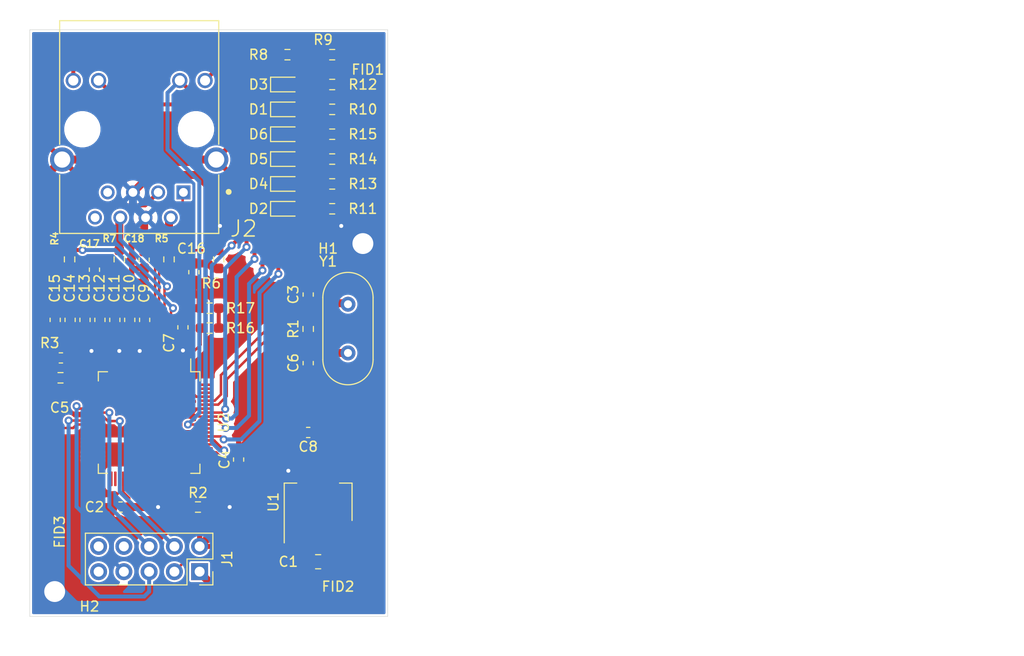
<source format=kicad_pcb>
(kicad_pcb (version 20171130) (host pcbnew "(5.1.10)-1")
  (layers (0 F.Cu signal) (31 B.Cu signal) (34 B.Paste user) (35 F.Paste user) (36 B.SilkS user) (37 F.SilkS user) (38 B.Mask user) (39 F.Mask user) (44 Edge.Cuts user))
  (net 0 "")
  (net 1 +5V)
  (net 2 GND)
  (net 3 +3V3)
  (net 4 /XTALp)
  (net 5 /XTALn)
  (net 6 +1V8)
  (net 7 "Net-(C16-Pad1)")
  (net 8 "Net-(C17-Pad1)")
  (net 9 /LINK_LEDn)
  (net 10 "Net-(D1-Pad2)")
  (net 11 /SPD_LEDn)
  (net 12 "Net-(D2-Pad2)")
  (net 13 "Net-(D3-Pad2)")
  (net 14 /FDX_LEDn)
  (net 15 "Net-(D4-Pad2)")
  (net 16 /COL_LEDn)
  (net 17 /RX_LEDn)
  (net 18 "Net-(D5-Pad2)")
  (net 19 "Net-(D6-Pad2)")
  (net 20 /TX_LEDn)
  (net 21 /RSTn)
  (net 22 /NSSn)
  (net 23 /SCK)
  (net 24 /MOSI)
  (net 25 /MISO)
  (net 26 "Net-(J1-Pad8)")
  (net 27 "Net-(J1-Pad9)")
  (net 28 "Net-(J1-Pad10)")
  (net 29 "Net-(R3-Pad1)")
  (net 30 /RXp)
  (net 31 /TXn)
  (net 32 /TXp)
  (net 33 /RXn)
  (net 34 "Net-(J2-Pad12)")
  (net 35 "Net-(J2-Pad9)")
  (net 36 "Net-(R16-Pad1)")
  (net 37 "Net-(R16-Pad2)")
  (net 38 "Net-(U2-Pad3)")
  (net 39 "Net-(U2-Pad19)")
  (net 40 "Net-(U2-Pad20)")
  (net 41 "Net-(U2-Pad21)")
  (net 42 "Net-(U2-Pad22)")
  (net 43 "Net-(U2-Pad23)")
  (net 44 "Net-(U2-Pad24)")
  (net 45 "Net-(U2-Pad25)")
  (net 46 "Net-(U2-Pad26)")
  (net 47 "Net-(U2-Pad38)")
  (net 48 "Net-(U2-Pad39)")
  (net 49 "Net-(U2-Pad40)")
  (net 50 "Net-(U2-Pad41)")
  (net 51 "Net-(U2-Pad42)")
  (net 52 "Net-(U2-Pad45)")
  (net 53 "Net-(U2-Pad46)")
  (net 54 "Net-(U2-Pad47)")
  (net 55 "Net-(U2-Pad48)")
  (net 56 "Net-(U2-Pad49)")
  (net 57 "Net-(U2-Pad50)")
  (net 58 "Net-(U2-Pad51)")
  (net 59 "Net-(U2-Pad52)")
  (net 60 "Net-(U2-Pad53)")
  (net 61 "Net-(U2-Pad54)")
  (net 62 "Net-(U2-Pad55)")
  (net 63 "Net-(U2-Pad56)")
  (net 64 "Net-(U2-Pad57)")
  (net 65 "Net-(U2-Pad58)")
  (net 66 "Net-(U2-Pad60)")
  (net 67 "Net-(U2-Pad61)")
  (net 68 "Net-(U2-Pad62)")
  (net 69 "Net-(U2-Pad78)")
  (net 70 "Net-(U2-Pad79)")
  (net 71 "Net-(U2-Pad80)")
  (net 72 "Net-(J2-Pad8)")
  (module MountingHole:MountingHole_2.1mm (layer F.Cu) (at 107.5 86.5)
    (fp_text reference H2 (at 3.5 1.5) (layer F.SilkS))
    (fp_text value MountingHole)
    (pad "" np_thru_hole circle (at 0 0) (size 2.1 2.1) (drill 2.1) (layers *.Cu *.Mask))
  )
  (module MountingHole:MountingHole_2.1mm (layer F.Cu) (at 138.5 51.5)
    (fp_text reference H1 (at -3.5 0.5) (layer F.SilkS))
    (fp_text value MountingHole)
    (pad "" np_thru_hole circle (at 0 0) (size 2.1 2.1) (drill 2.1) (layers *.Cu *.Mask))
  )
  (module Fiducial:Fiducial_0.75mm_Mask1.5mm (layer F.Cu) (at 106.5 83)
    (fp_text reference FID3 (at 1.5 -2.5 90) (layer F.SilkS))
    (fp_text value Fiducial)
    (pad "" smd circle (at 0 0) (size 0.75 0.75) (layers F.Cu F.Mask) (clearance 0.375))
  )
  (module Fiducial:Fiducial_0.75mm_Mask1.5mm (layer F.Cu) (at 139 87)
    (fp_text reference FID2 (at -3 -1) (layer F.SilkS))
    (fp_text value Fiducial)
    (pad "" smd circle (at 0 0) (size 0.75 0.75) (layers F.Cu F.Mask) (clearance 0.375))
  )
  (module Fiducial:Fiducial_0.75mm_Mask1.5mm (layer F.Cu) (at 139 32)
    (fp_text reference FID1 (at 0 2) (layer F.SilkS))
    (fp_text value Fiducial)
    (pad "" smd circle (at 0 0) (size 0.75 0.75) (layers F.Cu F.Mask) (clearance 0.375))
  )
  (module HANRUN_HR911105A (layer F.Cu) (at 116 40)
    (fp_text reference J2 (at 10.5 10) (layer F.SilkS) (effects (font (size 1.607654 1.607654))))
    (fp_text value HR911105A)
    (pad 1 thru_hole rect (at 4.45 6.35) (size 1.398 1.398) (drill 0.89) (layers *.Cu *.Mask) (net 32 /TXp))
    (pad 2 thru_hole circle (at 3.18 8.89) (size 1.398 1.398) (drill 0.89) (layers *.Cu *.Mask) (net 31 /TXn))
    (pad 3 thru_hole circle (at 1.91 6.35) (size 1.398 1.398) (drill 0.89) (layers *.Cu *.Mask) (net 30 /RXp))
    (pad 4 thru_hole circle (at 0.64 8.89) (size 1.398 1.398) (drill 0.89) (layers *.Cu *.Mask) (net 3 +3V3))
    (pad 5 thru_hole circle (at -0.63 6.35) (size 1.398 1.398) (drill 0.89) (layers *.Cu *.Mask) (net 3 +3V3))
    (pad 6 thru_hole circle (at -1.9 8.89) (size 1.398 1.398) (drill 0.89) (layers *.Cu *.Mask) (net 33 /RXn))
    (pad 7 thru_hole circle (at -3.17 6.35) (size 1.398 1.398) (drill 0.89) (layers *.Cu *.Mask))
    (pad 8 thru_hole circle (at -4.44 8.89) (size 1.398 1.398) (drill 0.89) (layers *.Cu *.Mask) (net 72 "Net-(J2-Pad8)"))
    (pad 9 thru_hole circle (at 6.625 -4.9) (size 1.53 1.53) (drill 1.02) (layers *.Cu *.Mask) (net 35 "Net-(J2-Pad9)"))
    (pad 10 thru_hole circle (at 4.085 -4.9) (size 1.53 1.53) (drill 1.02) (layers *.Cu *.Mask) (net 14 /FDX_LEDn))
    (pad 12 thru_hole circle (at -6.625 -4.9) (size 1.53 1.53) (drill 1.02) (layers *.Cu *.Mask) (net 34 "Net-(J2-Pad12)"))
    (pad 11 thru_hole circle (at -4.085 -4.9) (size 1.53 1.53) (drill 1.02) (layers *.Cu *.Mask) (net 9 /LINK_LEDn))
    (pad 15 thru_hole circle (at 7.745 3.05) (size 2.445 2.445) (drill 1.63) (layers *.Cu *.Mask) (net 2 GND))
    (pad 16 thru_hole circle (at -7.745 3.05) (size 2.445 2.445) (drill 1.63) (layers *.Cu *.Mask) (net 2 GND))
    (pad None np_thru_hole circle (at -5.715 0) (size 3.25 3.25) (drill 3.25) (layers *.Cu *.Mask))
    (pad None np_thru_hole circle (at 5.715 0) (size 3.25 3.25) (drill 3.25) (layers *.Cu *.Mask))
  )
  (module Connector_PinSocket_2.54mm:PinSocket_2x05_P2.54mm_Vertical (layer F.Cu) (at 122.08 84.5 270)
    (fp_text reference J1 (at -1.27 -2.77 90) (layer F.SilkS))
    (fp_text value Conn_02x05_Odd_Even)
    (pad 1 thru_hole rect (at 0 0 270) (size 1.7 1.7) (drill 1) (layers *.Cu *.Mask) (net 1 +5V))
    (pad 2 thru_hole oval (at -2.54 0 270) (size 1.7 1.7) (drill 1) (layers *.Cu *.Mask) (net 2 GND))
    (pad 3 thru_hole oval (at 0 2.54 270) (size 1.7 1.7) (drill 1) (layers *.Cu *.Mask) (net 21 /RSTn))
    (pad 4 thru_hole oval (at -2.54 2.54 270) (size 1.7 1.7) (drill 1) (layers *.Cu *.Mask) (net 22 /NSSn))
    (pad 5 thru_hole oval (at 0 5.08 270) (size 1.7 1.7) (drill 1) (layers *.Cu *.Mask) (net 23 /SCK))
    (pad 6 thru_hole oval (at -2.54 5.08 270) (size 1.7 1.7) (drill 1) (layers *.Cu *.Mask) (net 24 /MOSI))
    (pad 7 thru_hole oval (at 0 7.62 270) (size 1.7 1.7) (drill 1) (layers *.Cu *.Mask) (net 25 /MISO))
    (pad 8 thru_hole oval (at -2.54 7.62 270) (size 1.7 1.7) (drill 1) (layers *.Cu *.Mask) (net 26 "Net-(J1-Pad8)"))
    (pad 9 thru_hole oval (at 0 10.16 270) (size 1.7 1.7) (drill 1) (layers *.Cu *.Mask) (net 27 "Net-(J1-Pad9)"))
    (pad 10 thru_hole oval (at -2.54 10.16 270) (size 1.7 1.7) (drill 1) (layers *.Cu *.Mask) (net 28 "Net-(J1-Pad10)"))
  )
  (module Package_QFP:LQFP-80_10x10mm_P0.4mm (layer F.Cu) (at 117 69.5 270)
    (fp_text reference U2 (at 0 -7.5 90) (layer F.SilkS))
    (fp_text value W5100)
    (pad 1 smd roundrect (at -5.6625 -3.8 270) (size 1.475 0.25) (layers F.Cu F.Paste F.Mask) (net 37 "Net-(R16-Pad2)"))
    (pad 2 smd roundrect (at -5.6625 -3.4 270) (size 1.475 0.25) (layers F.Cu F.Paste F.Mask) (net 3 +3V3))
    (pad 3 smd roundrect (at -5.6625 -3 270) (size 1.475 0.25) (layers F.Cu F.Paste F.Mask) (net 38 "Net-(U2-Pad3)"))
    (pad 4 smd roundrect (at -5.6625 -2.6 270) (size 1.475 0.25) (layers F.Cu F.Paste F.Mask) (net 2 GND))
    (pad 5 smd roundrect (at -5.6625 -2.2 270) (size 1.475 0.25) (layers F.Cu F.Paste F.Mask) (net 30 /RXp))
    (pad 6 smd roundrect (at -5.6625 -1.8 270) (size 1.475 0.25) (layers F.Cu F.Paste F.Mask) (net 33 /RXn))
    (pad 7 smd roundrect (at -5.6625 -1.4 270) (size 1.475 0.25) (layers F.Cu F.Paste F.Mask) (net 6 +1V8))
    (pad 8 smd roundrect (at -5.6625 -1 270) (size 1.475 0.25) (layers F.Cu F.Paste F.Mask) (net 32 /TXp))
    (pad 9 smd roundrect (at -5.6625 -0.6 270) (size 1.475 0.25) (layers F.Cu F.Paste F.Mask) (net 31 /TXn))
    (pad 10 smd roundrect (at -5.6625 -0.2 270) (size 1.475 0.25) (layers F.Cu F.Paste F.Mask) (net 2 GND))
    (pad 11 smd roundrect (at -5.6625 0.2 270) (size 1.475 0.25) (layers F.Cu F.Paste F.Mask) (net 6 +1V8))
    (pad 12 smd roundrect (at -5.6625 0.6 270) (size 1.475 0.25) (layers F.Cu F.Paste F.Mask) (net 3 +3V3))
    (pad 13 smd roundrect (at -5.6625 1 270) (size 1.475 0.25) (layers F.Cu F.Paste F.Mask) (net 2 GND))
    (pad 14 smd roundrect (at -5.6625 1.4 270) (size 1.475 0.25) (layers F.Cu F.Paste F.Mask) (net 2 GND))
    (pad 15 smd roundrect (at -5.6625 1.8 270) (size 1.475 0.25) (layers F.Cu F.Paste F.Mask) (net 6 +1V8))
    (pad 16 smd roundrect (at -5.6625 2.2 270) (size 1.475 0.25) (layers F.Cu F.Paste F.Mask) (net 6 +1V8))
    (pad 17 smd roundrect (at -5.6625 2.6 270) (size 1.475 0.25) (layers F.Cu F.Paste F.Mask) (net 2 GND))
    (pad 18 smd roundrect (at -5.6625 3 270) (size 1.475 0.25) (layers F.Cu F.Paste F.Mask) (net 3 +3V3))
    (pad 19 smd roundrect (at -5.6625 3.4 270) (size 1.475 0.25) (layers F.Cu F.Paste F.Mask) (net 39 "Net-(U2-Pad19)"))
    (pad 20 smd roundrect (at -5.6625 3.8 270) (size 1.475 0.25) (layers F.Cu F.Paste F.Mask) (net 40 "Net-(U2-Pad20)"))
    (pad 21 smd roundrect (at -3.8 5.6625 270) (size 0.25 1.475) (layers F.Cu F.Paste F.Mask) (net 41 "Net-(U2-Pad21)"))
    (pad 22 smd roundrect (at -3.4 5.6625 270) (size 0.25 1.475) (layers F.Cu F.Paste F.Mask) (net 42 "Net-(U2-Pad22)"))
    (pad 23 smd roundrect (at -3 5.6625 270) (size 0.25 1.475) (layers F.Cu F.Paste F.Mask) (net 43 "Net-(U2-Pad23)"))
    (pad 24 smd roundrect (at -2.6 5.6625 270) (size 0.25 1.475) (layers F.Cu F.Paste F.Mask) (net 44 "Net-(U2-Pad24)"))
    (pad 25 smd roundrect (at -2.2 5.6625 270) (size 0.25 1.475) (layers F.Cu F.Paste F.Mask) (net 45 "Net-(U2-Pad25)"))
    (pad 26 smd roundrect (at -1.8 5.6625 270) (size 0.25 1.475) (layers F.Cu F.Paste F.Mask) (net 46 "Net-(U2-Pad26)"))
    (pad 27 smd roundrect (at -1.4 5.6625 270) (size 0.25 1.475) (layers F.Cu F.Paste F.Mask) (net 25 /MISO))
    (pad 28 smd roundrect (at -1 5.6625 270) (size 0.25 1.475) (layers F.Cu F.Paste F.Mask) (net 24 /MOSI))
    (pad 29 smd roundrect (at -0.6 5.6625 270) (size 0.25 1.475) (layers F.Cu F.Paste F.Mask) (net 22 /NSSn))
    (pad 30 smd roundrect (at -0.2 5.6625 270) (size 0.25 1.475) (layers F.Cu F.Paste F.Mask) (net 23 /SCK))
    (pad 31 smd roundrect (at 0.2 5.6625 270) (size 0.25 1.475) (layers F.Cu F.Paste F.Mask) (net 29 "Net-(R3-Pad1)"))
    (pad 32 smd roundrect (at 0.6 5.6625 270) (size 0.25 1.475) (layers F.Cu F.Paste F.Mask) (net 2 GND))
    (pad 33 smd roundrect (at 1 5.6625 270) (size 0.25 1.475) (layers F.Cu F.Paste F.Mask) (net 6 +1V8))
    (pad 34 smd roundrect (at 1.4 5.6625 270) (size 0.25 1.475) (layers F.Cu F.Paste F.Mask) (net 2 GND))
    (pad 35 smd roundrect (at 1.8 5.6625 270) (size 0.25 1.475) (layers F.Cu F.Paste F.Mask) (net 2 GND))
    (pad 36 smd roundrect (at 2.2 5.6625 270) (size 0.25 1.475) (layers F.Cu F.Paste F.Mask) (net 2 GND))
    (pad 37 smd roundrect (at 2.6 5.6625 270) (size 0.25 1.475) (layers F.Cu F.Paste F.Mask) (net 2 GND))
    (pad 38 smd roundrect (at 3 5.6625 270) (size 0.25 1.475) (layers F.Cu F.Paste F.Mask) (net 47 "Net-(U2-Pad38)"))
    (pad 39 smd roundrect (at 3.4 5.6625 270) (size 0.25 1.475) (layers F.Cu F.Paste F.Mask) (net 48 "Net-(U2-Pad39)"))
    (pad 40 smd roundrect (at 3.8 5.6625 270) (size 0.25 1.475) (layers F.Cu F.Paste F.Mask) (net 49 "Net-(U2-Pad40)"))
    (pad 41 smd roundrect (at 5.6625 3.8 270) (size 1.475 0.25) (layers F.Cu F.Paste F.Mask) (net 50 "Net-(U2-Pad41)"))
    (pad 42 smd roundrect (at 5.6625 3.4 270) (size 1.475 0.25) (layers F.Cu F.Paste F.Mask) (net 51 "Net-(U2-Pad42)"))
    (pad 43 smd roundrect (at 5.6625 3 270) (size 1.475 0.25) (layers F.Cu F.Paste F.Mask) (net 2 GND))
    (pad 44 smd roundrect (at 5.6625 2.6 270) (size 1.475 0.25) (layers F.Cu F.Paste F.Mask) (net 3 +3V3))
    (pad 45 smd roundrect (at 5.6625 2.2 270) (size 1.475 0.25) (layers F.Cu F.Paste F.Mask) (net 52 "Net-(U2-Pad45)"))
    (pad 46 smd roundrect (at 5.6625 1.8 270) (size 1.475 0.25) (layers F.Cu F.Paste F.Mask) (net 53 "Net-(U2-Pad46)"))
    (pad 47 smd roundrect (at 5.6625 1.4 270) (size 1.475 0.25) (layers F.Cu F.Paste F.Mask) (net 54 "Net-(U2-Pad47)"))
    (pad 48 smd roundrect (at 5.6625 1 270) (size 1.475 0.25) (layers F.Cu F.Paste F.Mask) (net 55 "Net-(U2-Pad48)"))
    (pad 49 smd roundrect (at 5.6625 0.6 270) (size 1.475 0.25) (layers F.Cu F.Paste F.Mask) (net 56 "Net-(U2-Pad49)"))
    (pad 50 smd roundrect (at 5.6625 0.2 270) (size 1.475 0.25) (layers F.Cu F.Paste F.Mask) (net 57 "Net-(U2-Pad50)"))
    (pad 51 smd roundrect (at 5.6625 -0.2 270) (size 1.475 0.25) (layers F.Cu F.Paste F.Mask) (net 58 "Net-(U2-Pad51)"))
    (pad 52 smd roundrect (at 5.6625 -0.6 270) (size 1.475 0.25) (layers F.Cu F.Paste F.Mask) (net 59 "Net-(U2-Pad52)"))
    (pad 53 smd roundrect (at 5.6625 -1 270) (size 1.475 0.25) (layers F.Cu F.Paste F.Mask) (net 60 "Net-(U2-Pad53)"))
    (pad 54 smd roundrect (at 5.6625 -1.4 270) (size 1.475 0.25) (layers F.Cu F.Paste F.Mask) (net 61 "Net-(U2-Pad54)"))
    (pad 55 smd roundrect (at 5.6625 -1.8 270) (size 1.475 0.25) (layers F.Cu F.Paste F.Mask) (net 62 "Net-(U2-Pad55)"))
    (pad 56 smd roundrect (at 5.6625 -2.2 270) (size 1.475 0.25) (layers F.Cu F.Paste F.Mask) (net 63 "Net-(U2-Pad56)"))
    (pad 57 smd roundrect (at 5.6625 -2.6 270) (size 1.475 0.25) (layers F.Cu F.Paste F.Mask) (net 64 "Net-(U2-Pad57)"))
    (pad 58 smd roundrect (at 5.6625 -3 270) (size 1.475 0.25) (layers F.Cu F.Paste F.Mask) (net 65 "Net-(U2-Pad58)"))
    (pad 59 smd roundrect (at 5.6625 -3.4 270) (size 1.475 0.25) (layers F.Cu F.Paste F.Mask) (net 21 /RSTn))
    (pad 60 smd roundrect (at 5.6625 -3.8 270) (size 1.475 0.25) (layers F.Cu F.Paste F.Mask) (net 66 "Net-(U2-Pad60)"))
    (pad 61 smd roundrect (at 3.8 -5.6625 270) (size 0.25 1.475) (layers F.Cu F.Paste F.Mask) (net 67 "Net-(U2-Pad61)"))
    (pad 62 smd roundrect (at 3.4 -5.6625 270) (size 0.25 1.475) (layers F.Cu F.Paste F.Mask) (net 68 "Net-(U2-Pad62)"))
    (pad 63 smd roundrect (at 3 -5.6625 270) (size 0.25 1.475) (layers F.Cu F.Paste F.Mask) (net 2 GND))
    (pad 64 smd roundrect (at 2.6 -5.6625 270) (size 0.25 1.475) (layers F.Cu F.Paste F.Mask) (net 2 GND))
    (pad 65 smd roundrect (at 2.2 -5.6625 270) (size 0.25 1.475) (layers F.Cu F.Paste F.Mask) (net 2 GND))
    (pad 66 smd roundrect (at 1.8 -5.6625 270) (size 0.25 1.475) (layers F.Cu F.Paste F.Mask) (net 9 /LINK_LEDn))
    (pad 67 smd roundrect (at 1.4 -5.6625 270) (size 0.25 1.475) (layers F.Cu F.Paste F.Mask) (net 11 /SPD_LEDn))
    (pad 68 smd roundrect (at 1 -5.6625 270) (size 0.25 1.475) (layers F.Cu F.Paste F.Mask) (net 2 GND))
    (pad 69 smd roundrect (at 0.6 -5.6625 270) (size 0.25 1.475) (layers F.Cu F.Paste F.Mask) (net 6 +1V8))
    (pad 70 smd roundrect (at 0.2 -5.6625 270) (size 0.25 1.475) (layers F.Cu F.Paste F.Mask) (net 14 /FDX_LEDn))
    (pad 71 smd roundrect (at -0.2 -5.6625 270) (size 0.25 1.475) (layers F.Cu F.Paste F.Mask) (net 16 /COL_LEDn))
    (pad 72 smd roundrect (at -0.6 -5.6625 270) (size 0.25 1.475) (layers F.Cu F.Paste F.Mask) (net 17 /RX_LEDn))
    (pad 73 smd roundrect (at -1 -5.6625 270) (size 0.25 1.475) (layers F.Cu F.Paste F.Mask) (net 20 /TX_LEDn))
    (pad 74 smd roundrect (at -1.4 -5.6625 270) (size 0.25 1.475) (layers F.Cu F.Paste F.Mask) (net 6 +1V8))
    (pad 75 smd roundrect (at -1.8 -5.6625 270) (size 0.25 1.475) (layers F.Cu F.Paste F.Mask) (net 5 /XTALn))
    (pad 76 smd roundrect (at -2.2 -5.6625 270) (size 0.25 1.475) (layers F.Cu F.Paste F.Mask) (net 4 /XTALp))
    (pad 77 smd roundrect (at -2.6 -5.6625 270) (size 0.25 1.475) (layers F.Cu F.Paste F.Mask) (net 2 GND))
    (pad 78 smd roundrect (at -3 -5.6625 270) (size 0.25 1.475) (layers F.Cu F.Paste F.Mask) (net 69 "Net-(U2-Pad78)"))
    (pad 79 smd roundrect (at -3.4 -5.6625 270) (size 0.25 1.475) (layers F.Cu F.Paste F.Mask) (net 70 "Net-(U2-Pad79)"))
    (pad 80 smd roundrect (at -3.8 -5.6625 270) (size 0.25 1.475) (layers F.Cu F.Paste F.Mask) (net 71 "Net-(U2-Pad80)"))
  )
  (module Resistor_SMD:R_0603_1608Metric_Pad0.98x0.95mm_HandSolder (layer F.Cu) (at 109 53.0875 90)
    (fp_text reference R4 (at 2.0875 -1.5 90) (layer F.SilkS) (effects (font (size 0.7 0.7))))
    (fp_text value 49R9)
    (pad 1 smd roundrect (at -0.9125 0 90) (size 0.975 0.95) (layers F.Cu F.Paste F.Mask) (net 8 "Net-(C17-Pad1)"))
    (pad 2 smd roundrect (at 0.9125 0 90) (size 0.975 0.95) (layers F.Cu F.Paste F.Mask) (net 30 /RXp))
  )
  (module Capacitor_SMD:C_0603_1608Metric_Pad1.05x0.95mm_HandSolder (layer F.Cu) (at 116.5 53.125 270)
    (fp_text reference C18 (at -2.125 1 180) (layer F.SilkS) (effects (font (size 0.7 0.7))))
    (fp_text value 100n)
    (pad 1 smd roundrect (at -0.875 0 270) (size 1.05 0.95) (layers F.Cu F.Paste F.Mask) (net 3 +3V3))
    (pad 2 smd roundrect (at 0.875 0 270) (size 1.05 0.95) (layers F.Cu F.Paste F.Mask) (net 2 GND))
  )
  (module Capacitor_SMD:C_0805_2012Metric_Pad1.15x1.40mm_HandSolder (layer F.Cu) (at 134 83.5 180)
    (fp_text reference C1 (at 3 0) (layer F.SilkS))
    (fp_text value 10u)
    (pad 1 smd roundrect (at -1.025 0 180) (size 1.15 1.4) (layers F.Cu F.Paste F.Mask) (roundrect_rratio 0.217391) (net 1 +5V))
    (pad 2 smd roundrect (at 1.025 0 180) (size 1.15 1.4) (layers F.Cu F.Paste F.Mask) (roundrect_rratio 0.217391) (net 2 GND))
  )
  (module Capacitor_SMD:C_0603_1608Metric_Pad1.05x0.95mm_HandSolder (layer F.Cu) (at 114.125 78 180)
    (fp_text reference C2 (at 2.625 0) (layer F.SilkS))
    (fp_text value 100n)
    (pad 1 smd roundrect (at -0.875 0 180) (size 1.05 0.95) (layers F.Cu F.Paste F.Mask) (net 3 +3V3))
    (pad 2 smd roundrect (at 0.875 0 180) (size 1.05 0.95) (layers F.Cu F.Paste F.Mask) (net 2 GND))
  )
  (module Capacitor_SMD:C_0603_1608Metric_Pad1.05x0.95mm_HandSolder (layer F.Cu) (at 133 56.625 90)
    (fp_text reference C3 (at 0 -1.5 90) (layer F.SilkS))
    (fp_text value 12p)
    (pad 1 smd roundrect (at -0.875 0 90) (size 1.05 0.95) (layers F.Cu F.Paste F.Mask) (net 4 /XTALp))
    (pad 2 smd roundrect (at 0.875 0 90) (size 1.05 0.95) (layers F.Cu F.Paste F.Mask) (net 2 GND))
  )
  (module Capacitor_SMD:C_0603_1608Metric_Pad1.05x0.95mm_HandSolder (layer F.Cu) (at 126 73.225 90)
    (fp_text reference C4 (at 0 -1.43 90) (layer F.SilkS))
    (fp_text value 100n)
    (pad 2 smd roundrect (at 0.875 0 90) (size 1.05 0.95) (layers F.Cu F.Paste F.Mask) (net 2 GND))
    (pad 1 smd roundrect (at -0.875 0 90) (size 1.05 0.95) (layers F.Cu F.Paste F.Mask) (net 3 +3V3))
  )
  (module Capacitor_SMD:C_0603_1608Metric_Pad1.05x0.95mm_HandSolder (layer F.Cu) (at 108.125 63 180)
    (fp_text reference C5 (at 0.125 -5) (layer F.SilkS))
    (fp_text value 100n)
    (pad 1 smd roundrect (at -0.875 0 180) (size 1.05 0.95) (layers F.Cu F.Paste F.Mask) (net 3 +3V3))
    (pad 2 smd roundrect (at 0.875 0 180) (size 1.05 0.95) (layers F.Cu F.Paste F.Mask) (net 2 GND))
  )
  (module Capacitor_SMD:C_0603_1608Metric_Pad1.05x0.95mm_HandSolder (layer F.Cu) (at 133 63.525 270)
    (fp_text reference C6 (at -0.025 1.5 90) (layer F.SilkS))
    (fp_text value 12p)
    (pad 1 smd roundrect (at -0.875 0 270) (size 1.05 0.95) (layers F.Cu F.Paste F.Mask) (net 5 /XTALn))
    (pad 2 smd roundrect (at 0.875 0 270) (size 1.05 0.95) (layers F.Cu F.Paste F.Mask) (net 2 GND))
  )
  (module Capacitor_SMD:C_0603_1608Metric_Pad1.05x0.95mm_HandSolder (layer F.Cu) (at 120.4 59.925 90)
    (fp_text reference C7 (at -1.575 -1.4 90) (layer F.SilkS))
    (fp_text value 100n)
    (pad 2 smd roundrect (at 0.875 0 90) (size 1.05 0.95) (layers F.Cu F.Paste F.Mask) (net 2 GND))
    (pad 1 smd roundrect (at -0.875 0 90) (size 1.05 0.95) (layers F.Cu F.Paste F.Mask) (net 3 +3V3))
  )
  (module Capacitor_SMD:C_0603_1608Metric_Pad1.05x0.95mm_HandSolder (layer F.Cu) (at 133 70.5 180)
    (fp_text reference C8 (at 0 -1.43) (layer F.SilkS))
    (fp_text value 10u)
    (pad 2 smd roundrect (at 0.875 0 180) (size 1.05 0.95) (layers F.Cu F.Paste F.Mask) (net 2 GND))
    (pad 1 smd roundrect (at -0.875 0 180) (size 1.05 0.95) (layers F.Cu F.Paste F.Mask) (net 3 +3V3))
  )
  (module Capacitor_SMD:C_0603_1608Metric_Pad1.05x0.95mm_HandSolder (layer F.Cu) (at 116.55 59.175 90)
    (fp_text reference C9 (at 2.675 -0.05 90) (layer F.SilkS))
    (fp_text value 100n)
    (pad 1 smd roundrect (at -0.875 0 90) (size 1.05 0.95) (layers F.Cu F.Paste F.Mask) (net 6 +1V8))
    (pad 2 smd roundrect (at 0.875 0 90) (size 1.05 0.95) (layers F.Cu F.Paste F.Mask) (net 2 GND))
  )
  (module Capacitor_SMD:C_0603_1608Metric_Pad1.05x0.95mm_HandSolder (layer F.Cu) (at 115.05 59.175 90)
    (fp_text reference C10 (at 3.175 -0.05 90) (layer F.SilkS))
    (fp_text value 100n)
    (pad 2 smd roundrect (at 0.875 0 90) (size 1.05 0.95) (layers F.Cu F.Paste F.Mask) (net 2 GND))
    (pad 1 smd roundrect (at -0.875 0 90) (size 1.05 0.95) (layers F.Cu F.Paste F.Mask) (net 6 +1V8))
  )
  (module Capacitor_SMD:C_0603_1608Metric_Pad1.05x0.95mm_HandSolder (layer F.Cu) (at 113.55 59.175 90)
    (fp_text reference C11 (at 3.175 -0.05 90) (layer F.SilkS))
    (fp_text value 100n)
    (pad 2 smd roundrect (at 0.875 0 90) (size 1.05 0.95) (layers F.Cu F.Paste F.Mask) (net 2 GND))
    (pad 1 smd roundrect (at -0.875 0 90) (size 1.05 0.95) (layers F.Cu F.Paste F.Mask) (net 6 +1V8))
  )
  (module Capacitor_SMD:C_0603_1608Metric_Pad1.05x0.95mm_HandSolder (layer F.Cu) (at 112.05 59.175 90)
    (fp_text reference C12 (at 3.175 -0.05 90) (layer F.SilkS))
    (fp_text value 100n)
    (pad 1 smd roundrect (at -0.875 0 90) (size 1.05 0.95) (layers F.Cu F.Paste F.Mask) (net 6 +1V8))
    (pad 2 smd roundrect (at 0.875 0 90) (size 1.05 0.95) (layers F.Cu F.Paste F.Mask) (net 2 GND))
  )
  (module Capacitor_SMD:C_0603_1608Metric_Pad1.05x0.95mm_HandSolder (layer F.Cu) (at 110.55 59.175 90)
    (fp_text reference C13 (at 3.175 -0.05 90) (layer F.SilkS))
    (fp_text value 100n)
    (pad 2 smd roundrect (at 0.875 0 90) (size 1.05 0.95) (layers F.Cu F.Paste F.Mask) (net 2 GND))
    (pad 1 smd roundrect (at -0.875 0 90) (size 1.05 0.95) (layers F.Cu F.Paste F.Mask) (net 6 +1V8))
  )
  (module Capacitor_SMD:C_0603_1608Metric_Pad1.05x0.95mm_HandSolder (layer F.Cu) (at 109.05 59.175 90)
    (fp_text reference C14 (at 3.175 -0.05 90) (layer F.SilkS))
    (fp_text value 100n)
    (pad 1 smd roundrect (at -0.875 0 90) (size 1.05 0.95) (layers F.Cu F.Paste F.Mask) (net 6 +1V8))
    (pad 2 smd roundrect (at 0.875 0 90) (size 1.05 0.95) (layers F.Cu F.Paste F.Mask) (net 2 GND))
  )
  (module Capacitor_SMD:C_0603_1608Metric_Pad1.05x0.95mm_HandSolder (layer F.Cu) (at 107.55 59.175 90)
    (fp_text reference C15 (at 3.175 -0.05 90) (layer F.SilkS))
    (fp_text value 100n)
    (pad 2 smd roundrect (at 0.875 0 90) (size 1.05 0.95) (layers F.Cu F.Paste F.Mask) (net 2 GND))
    (pad 1 smd roundrect (at -0.875 0 90) (size 1.05 0.95) (layers F.Cu F.Paste F.Mask) (net 6 +1V8))
  )
  (module Capacitor_SMD:C_0603_1608Metric_Pad1.05x0.95mm_HandSolder (layer F.Cu) (at 121.5 54.375 270)
    (fp_text reference C16 (at -2.375 0.25 180) (layer F.SilkS))
    (fp_text value 100n)
    (pad 1 smd roundrect (at -0.875 0 270) (size 1.05 0.95) (layers F.Cu F.Paste F.Mask) (net 7 "Net-(C16-Pad1)"))
    (pad 2 smd roundrect (at 0.875 0 270) (size 1.05 0.95) (layers F.Cu F.Paste F.Mask) (net 2 GND))
  )
  (module Capacitor_SMD:C_0603_1608Metric_Pad1.05x0.95mm_HandSolder (layer F.Cu) (at 111.5 54.125 270)
    (fp_text reference C17 (at -2.625 0.5) (layer F.SilkS) (effects (font (size 0.7 0.7))))
    (fp_text value 100n)
    (pad 2 smd roundrect (at 0.875 0 270) (size 1.05 0.95) (layers F.Cu F.Paste F.Mask) (net 2 GND))
    (pad 1 smd roundrect (at -0.875 0 270) (size 1.05 0.95) (layers F.Cu F.Paste F.Mask) (net 8 "Net-(C17-Pad1)"))
  )
  (module LED_SMD:LED_0603_1608Metric_Pad1.05x0.95mm_HandSolder (layer F.Cu) (at 130.875 38)
    (fp_text reference D1 (at -2.875 0) (layer F.SilkS))
    (fp_text value LED)
    (pad 1 smd roundrect (at -0.875 0) (size 1.05 0.95) (layers F.Cu F.Paste F.Mask) (net 9 /LINK_LEDn))
    (pad 2 smd roundrect (at 0.875 0) (size 1.05 0.95) (layers F.Cu F.Paste F.Mask) (net 10 "Net-(D1-Pad2)"))
  )
  (module LED_SMD:LED_0603_1608Metric_Pad1.05x0.95mm_HandSolder (layer F.Cu) (at 130.875 48)
    (fp_text reference D2 (at -2.875 0) (layer F.SilkS))
    (fp_text value LED)
    (pad 1 smd roundrect (at -0.875 0) (size 1.05 0.95) (layers F.Cu F.Paste F.Mask) (net 11 /SPD_LEDn))
    (pad 2 smd roundrect (at 0.875 0) (size 1.05 0.95) (layers F.Cu F.Paste F.Mask) (net 12 "Net-(D2-Pad2)"))
  )
  (module LED_SMD:LED_0603_1608Metric_Pad1.05x0.95mm_HandSolder (layer F.Cu) (at 130.875 35.5)
    (fp_text reference D3 (at -2.875 0) (layer F.SilkS))
    (fp_text value LED)
    (pad 2 smd roundrect (at 0.875 0) (size 1.05 0.95) (layers F.Cu F.Paste F.Mask) (net 13 "Net-(D3-Pad2)"))
    (pad 1 smd roundrect (at -0.875 0) (size 1.05 0.95) (layers F.Cu F.Paste F.Mask) (net 14 /FDX_LEDn))
  )
  (module LED_SMD:LED_0603_1608Metric_Pad1.05x0.95mm_HandSolder (layer F.Cu) (at 130.875 45.5)
    (fp_text reference D4 (at -2.875 0) (layer F.SilkS))
    (fp_text value LED)
    (pad 2 smd roundrect (at 0.875 0) (size 1.05 0.95) (layers F.Cu F.Paste F.Mask) (net 15 "Net-(D4-Pad2)"))
    (pad 1 smd roundrect (at -0.875 0) (size 1.05 0.95) (layers F.Cu F.Paste F.Mask) (net 16 /COL_LEDn))
  )
  (module LED_SMD:LED_0603_1608Metric_Pad1.05x0.95mm_HandSolder (layer F.Cu) (at 130.875 43)
    (fp_text reference D5 (at -2.875 0) (layer F.SilkS))
    (fp_text value LED)
    (pad 1 smd roundrect (at -0.875 0) (size 1.05 0.95) (layers F.Cu F.Paste F.Mask) (net 17 /RX_LEDn))
    (pad 2 smd roundrect (at 0.875 0) (size 1.05 0.95) (layers F.Cu F.Paste F.Mask) (net 18 "Net-(D5-Pad2)"))
  )
  (module LED_SMD:LED_0603_1608Metric_Pad1.05x0.95mm_HandSolder (layer F.Cu) (at 130.875 40.5)
    (fp_text reference D6 (at -2.875 0) (layer F.SilkS))
    (fp_text value LED)
    (pad 2 smd roundrect (at 0.875 0) (size 1.05 0.95) (layers F.Cu F.Paste F.Mask) (net 19 "Net-(D6-Pad2)"))
    (pad 1 smd roundrect (at -0.875 0) (size 1.05 0.95) (layers F.Cu F.Paste F.Mask) (net 20 /TX_LEDn))
  )
  (module Resistor_SMD:R_0603_1608Metric_Pad0.98x0.95mm_HandSolder (layer F.Cu) (at 133 60.0875 90)
    (fp_text reference R1 (at 0 -1.5 90) (layer F.SilkS))
    (fp_text value 1M)
    (pad 1 smd roundrect (at -0.9125 0 90) (size 0.975 0.95) (layers F.Cu F.Paste F.Mask) (net 5 /XTALn))
    (pad 2 smd roundrect (at 0.9125 0 90) (size 0.975 0.95) (layers F.Cu F.Paste F.Mask) (net 4 /XTALp))
  )
  (module Resistor_SMD:R_0603_1608Metric_Pad0.98x0.95mm_HandSolder (layer F.Cu) (at 121.9125 78)
    (fp_text reference R2 (at 0 -1.43) (layer F.SilkS))
    (fp_text value 10K)
    (pad 1 smd roundrect (at -0.9125 0) (size 0.975 0.95) (layers F.Cu F.Paste F.Mask) (net 21 /RSTn))
    (pad 2 smd roundrect (at 0.9125 0) (size 0.975 0.95) (layers F.Cu F.Paste F.Mask) (net 3 +3V3))
  )
  (module Resistor_SMD:R_0603_1608Metric_Pad0.98x0.95mm_HandSolder (layer F.Cu) (at 108.0875 65)
    (fp_text reference R3 (at -1.0875 -3.5) (layer F.SilkS))
    (fp_text value 10K)
    (pad 1 smd roundrect (at -0.9125 0) (size 0.975 0.95) (layers F.Cu F.Paste F.Mask) (net 29 "Net-(R3-Pad1)"))
    (pad 2 smd roundrect (at 0.9125 0) (size 0.975 0.95) (layers F.Cu F.Paste F.Mask) (net 3 +3V3))
  )
  (module Resistor_SMD:R_0603_1608Metric_Pad0.98x0.95mm_HandSolder (layer F.Cu) (at 119 53.0875 270)
    (fp_text reference R5 (at -2.0875 0.75 180) (layer F.SilkS) (effects (font (size 0.7 0.7))))
    (fp_text value 49R9)
    (pad 2 smd roundrect (at 0.9125 0 270) (size 0.975 0.95) (layers F.Cu F.Paste F.Mask) (net 7 "Net-(C16-Pad1)"))
    (pad 1 smd roundrect (at -0.9125 0 270) (size 0.975 0.95) (layers F.Cu F.Paste F.Mask) (net 31 /TXn))
  )
  (module Resistor_SMD:R_0603_1608Metric_Pad0.98x0.95mm_HandSolder (layer F.Cu) (at 124 53.0875 270)
    (fp_text reference R6 (at 2.4125 0.75 180) (layer F.SilkS))
    (fp_text value 49R9)
    (pad 2 smd roundrect (at 0.9125 0 270) (size 0.975 0.95) (layers F.Cu F.Paste F.Mask) (net 7 "Net-(C16-Pad1)"))
    (pad 1 smd roundrect (at -0.9125 0 270) (size 0.975 0.95) (layers F.Cu F.Paste F.Mask) (net 32 /TXp))
  )
  (module Resistor_SMD:R_0603_1608Metric_Pad0.98x0.95mm_HandSolder (layer F.Cu) (at 114 53.0875 270)
    (fp_text reference R7 (at -2.0875 1 180) (layer F.SilkS) (effects (font (size 0.7 0.7))))
    (fp_text value 49R9)
    (pad 1 smd roundrect (at -0.9125 0 270) (size 0.975 0.95) (layers F.Cu F.Paste F.Mask) (net 33 /RXn))
    (pad 2 smd roundrect (at 0.9125 0 270) (size 0.975 0.95) (layers F.Cu F.Paste F.Mask) (net 8 "Net-(C17-Pad1)"))
  )
  (module Resistor_SMD:R_0603_1608Metric_Pad0.98x0.95mm_HandSolder (layer F.Cu) (at 130.9125 32.5)
    (fp_text reference R8 (at -2.9125 0) (layer F.SilkS))
    (fp_text value 1k)
    (pad 1 smd roundrect (at -0.9125 0) (size 0.975 0.95) (layers F.Cu F.Paste F.Mask) (net 34 "Net-(J2-Pad12)"))
    (pad 2 smd roundrect (at 0.9125 0) (size 0.975 0.95) (layers F.Cu F.Paste F.Mask) (net 3 +3V3))
  )
  (module Resistor_SMD:R_0603_1608Metric_Pad0.98x0.95mm_HandSolder (layer F.Cu) (at 135.4125 32.5)
    (fp_text reference R9 (at -0.9125 -1.5) (layer F.SilkS))
    (fp_text value 1k)
    (pad 2 smd roundrect (at 0.9125 0) (size 0.975 0.95) (layers F.Cu F.Paste F.Mask) (net 3 +3V3))
    (pad 1 smd roundrect (at -0.9125 0) (size 0.975 0.95) (layers F.Cu F.Paste F.Mask) (net 35 "Net-(J2-Pad9)"))
  )
  (module Resistor_SMD:R_0603_1608Metric_Pad0.98x0.95mm_HandSolder (layer F.Cu) (at 135.4125 38 180)
    (fp_text reference R10 (at -3.0875 0) (layer F.SilkS))
    (fp_text value 1k)
    (pad 2 smd roundrect (at 0.9125 0 180) (size 0.975 0.95) (layers F.Cu F.Paste F.Mask) (net 10 "Net-(D1-Pad2)"))
    (pad 1 smd roundrect (at -0.9125 0 180) (size 0.975 0.95) (layers F.Cu F.Paste F.Mask) (net 3 +3V3))
  )
  (module Resistor_SMD:R_0603_1608Metric_Pad0.98x0.95mm_HandSolder (layer F.Cu) (at 135.4125 48 180)
    (fp_text reference R11 (at -3.0875 0) (layer F.SilkS))
    (fp_text value 1k)
    (pad 2 smd roundrect (at 0.9125 0 180) (size 0.975 0.95) (layers F.Cu F.Paste F.Mask) (net 12 "Net-(D2-Pad2)"))
    (pad 1 smd roundrect (at -0.9125 0 180) (size 0.975 0.95) (layers F.Cu F.Paste F.Mask) (net 3 +3V3))
  )
  (module Resistor_SMD:R_0603_1608Metric_Pad0.98x0.95mm_HandSolder (layer F.Cu) (at 135.4125 35.5 180)
    (fp_text reference R12 (at -3.0875 0) (layer F.SilkS))
    (fp_text value 1k)
    (pad 1 smd roundrect (at -0.9125 0 180) (size 0.975 0.95) (layers F.Cu F.Paste F.Mask) (net 3 +3V3))
    (pad 2 smd roundrect (at 0.9125 0 180) (size 0.975 0.95) (layers F.Cu F.Paste F.Mask) (net 13 "Net-(D3-Pad2)"))
  )
  (module Resistor_SMD:R_0603_1608Metric_Pad0.98x0.95mm_HandSolder (layer F.Cu) (at 135.4125 45.5 180)
    (fp_text reference R13 (at -3.0875 0) (layer F.SilkS))
    (fp_text value 1k)
    (pad 2 smd roundrect (at 0.9125 0 180) (size 0.975 0.95) (layers F.Cu F.Paste F.Mask) (net 15 "Net-(D4-Pad2)"))
    (pad 1 smd roundrect (at -0.9125 0 180) (size 0.975 0.95) (layers F.Cu F.Paste F.Mask) (net 3 +3V3))
  )
  (module Resistor_SMD:R_0603_1608Metric_Pad0.98x0.95mm_HandSolder (layer F.Cu) (at 135.4125 43 180)
    (fp_text reference R14 (at -3.0875 0) (layer F.SilkS))
    (fp_text value 1k)
    (pad 2 smd roundrect (at 0.9125 0 180) (size 0.975 0.95) (layers F.Cu F.Paste F.Mask) (net 18 "Net-(D5-Pad2)"))
    (pad 1 smd roundrect (at -0.9125 0 180) (size 0.975 0.95) (layers F.Cu F.Paste F.Mask) (net 3 +3V3))
  )
  (module Resistor_SMD:R_0603_1608Metric_Pad0.98x0.95mm_HandSolder (layer F.Cu) (at 135.4125 40.5 180)
    (fp_text reference R15 (at -3.0875 0) (layer F.SilkS))
    (fp_text value 1k)
    (pad 1 smd roundrect (at -0.9125 0 180) (size 0.975 0.95) (layers F.Cu F.Paste F.Mask) (net 3 +3V3))
    (pad 2 smd roundrect (at 0.9125 0 180) (size 0.975 0.95) (layers F.Cu F.Paste F.Mask) (net 19 "Net-(D6-Pad2)"))
  )
  (module Resistor_SMD:R_0603_1608Metric_Pad0.98x0.95mm_HandSolder (layer F.Cu) (at 123.0875 60 180)
    (fp_text reference R16 (at -3.1125 0) (layer F.SilkS))
    (fp_text value 12k)
    (pad 1 smd roundrect (at -0.9125 0 180) (size 0.975 0.95) (layers F.Cu F.Paste F.Mask) (net 36 "Net-(R16-Pad1)"))
    (pad 2 smd roundrect (at 0.9125 0 180) (size 0.975 0.95) (layers F.Cu F.Paste F.Mask) (net 37 "Net-(R16-Pad2)"))
  )
  (module Resistor_SMD:R_0603_1608Metric_Pad0.98x0.95mm_HandSolder (layer F.Cu) (at 123.0875 58)
    (fp_text reference R17 (at 3.1125 0) (layer F.SilkS))
    (fp_text value 300)
    (pad 2 smd roundrect (at 0.9125 0) (size 0.975 0.95) (layers F.Cu F.Paste F.Mask) (net 36 "Net-(R16-Pad1)"))
    (pad 1 smd roundrect (at -0.9125 0) (size 0.975 0.95) (layers F.Cu F.Paste F.Mask) (net 2 GND))
  )
  (module Package_TO_SOT_SMD:SOT-223-3_TabPin2 (layer F.Cu) (at 134 77.5 90)
    (fp_text reference U1 (at 0 -4.5 90) (layer F.SilkS))
    (fp_text value LM1117-3.3)
    (pad 2 smd rect (at 3.15 0 90) (size 2 3.8) (layers F.Cu F.Paste F.Mask) (net 3 +3V3))
    (pad 2 smd rect (at -3.15 0 90) (size 2 1.5) (layers F.Cu F.Paste F.Mask) (net 3 +3V3))
    (pad 3 smd rect (at -3.15 2.3 90) (size 2 1.5) (layers F.Cu F.Paste F.Mask) (net 1 +5V))
    (pad 1 smd rect (at -3.15 -2.3 90) (size 2 1.5) (layers F.Cu F.Paste F.Mask) (net 2 GND))
  )
  (module Crystal:Crystal_HC18-U_Vertical (layer F.Cu) (at 137 62.5 90)
    (fp_text reference Y1 (at 9.2 -2) (layer F.SilkS))
    (fp_text value Crystal)
    (pad 1 thru_hole circle (at 0 0 90) (size 1.5 1.5) (drill 0.8) (layers *.Cu *.Mask) (net 5 /XTALn))
    (pad 2 thru_hole circle (at 4.9 0 90) (size 1.5 1.5) (drill 0.8) (layers *.Cu *.Mask) (net 4 /XTALp))
  )
  (gr_line (start 141 89) (end 105 89) (layer Edge.Cuts) (width 0.05))
  (gr_line (start 141 30) (end 141 89) (layer Edge.Cuts) (width 0.05))
  (gr_line (start 105 30) (end 141 30) (layer Edge.Cuts) (width 0.05))
  (gr_line (start 105 89) (end 105 30) (layer Edge.Cuts) (width 0.05))
  (segment (start 136.3 82.225) (end 136.3 80.65) (width 0.8) (layer F.Cu) (net 1))
  (segment (start 135.025 83.5) (end 136.3 82.225) (width 0.8) (layer F.Cu) (net 1))
  (segment (start 122.08 84.5) (end 122.08 84.58) (width 0.8) (layer F.Cu) (net 1))
  (segment (start 122.08 84.58) (end 123.5 86) (width 0.8) (layer F.Cu) (net 1))
  (segment (start 123.5 86) (end 134.5 86) (width 0.8) (layer F.Cu) (net 1))
  (segment (start 135.025 85.475) (end 135.025 83.5) (width 0.8) (layer F.Cu) (net 1))
  (segment (start 134.5 86) (end 135.025 85.475) (width 0.8) (layer F.Cu) (net 1))
  (segment (start 122 81.88) (end 122.08 81.96) (width 0.8) (layer F.Cu) (net 2))
  (segment (start 131.7 82.225) (end 131.7 80.65) (width 0.8) (layer F.Cu) (net 2))
  (segment (start 132.975 83.5) (end 131.7 82.225) (width 0.8) (layer F.Cu) (net 2))
  (segment (start 116.55 58.3) (end 115.05 58.3) (width 0.8) (layer F.Cu) (net 2))
  (segment (start 115.05 58.3) (end 113.55 58.3) (width 0.8) (layer F.Cu) (net 2))
  (segment (start 113.55 58.3) (end 112.05 58.3) (width 0.8) (layer F.Cu) (net 2))
  (segment (start 112.05 58.3) (end 110.55 58.3) (width 0.8) (layer F.Cu) (net 2))
  (segment (start 110.55 58.3) (end 109.05 58.3) (width 0.8) (layer F.Cu) (net 2))
  (segment (start 107.55 58.3) (end 109.05 58.3) (width 0.8) (layer F.Cu) (net 2))
  (segment (start 122.6625 71.7) (end 122.6625 72.1) (width 0.25) (layer F.Cu) (net 2))
  (segment (start 122.6625 72.1) (end 122.6625 72.5) (width 0.25) (layer F.Cu) (net 2))
  (segment (start 119.6 64.75) (end 119.6 63.8375) (width 0.25) (layer F.Cu) (net 2))
  (segment (start 122.6625 66.9) (end 121.75 66.9) (width 0.25) (layer F.Cu) (net 2))
  (segment (start 115.6 63.8375) (end 116 63.8375) (width 0.25) (layer F.Cu) (net 2))
  (segment (start 113.25 77.35) (end 113.25 78) (width 0.25) (layer F.Cu) (net 2))
  (segment (start 113.25 77.25) (end 113.25 77.35) (width 0.25) (layer F.Cu) (net 2))
  (segment (start 114 76.5) (end 113.25 77.25) (width 0.25) (layer F.Cu) (net 2))
  (segment (start 114 75.1625) (end 114 76.5) (width 0.25) (layer F.Cu) (net 2))
  (segment (start 107.55 58.3) (end 106.7 58.3) (width 0.8) (layer F.Cu) (net 2))
  (segment (start 106.7 58.3) (end 106 59) (width 0.8) (layer F.Cu) (net 2))
  (segment (start 106 59) (end 106 62) (width 0.8) (layer F.Cu) (net 2))
  (segment (start 112.05 55.55) (end 111.5 55) (width 0.8) (layer F.Cu) (net 2))
  (segment (start 112.05 58.3) (end 112.05 55.55) (width 0.8) (layer F.Cu) (net 2))
  (segment (start 116.5 58.25) (end 116.55 58.3) (width 0.8) (layer F.Cu) (net 2))
  (segment (start 116.5 54) (end 116.5 58.25) (width 0.8) (layer F.Cu) (net 2))
  (segment (start 120.4 59.05) (end 120.4 58.6) (width 0.8) (layer F.Cu) (net 2))
  (segment (start 121 58) (end 122.175 58) (width 0.8) (layer F.Cu) (net 2))
  (segment (start 120.4 58.6) (end 121 58) (width 0.8) (layer F.Cu) (net 2))
  (segment (start 122.175 55.925) (end 121.5 55.25) (width 0.8) (layer F.Cu) (net 2))
  (segment (start 122.175 58) (end 122.175 55.925) (width 0.8) (layer F.Cu) (net 2))
  (segment (start 108.255 43.05) (end 107 44.305) (width 0.8) (layer F.Cu) (net 2))
  (segment (start 107 57.75) (end 107.55 58.3) (width 0.8) (layer F.Cu) (net 2))
  (segment (start 107 44.305) (end 107 57.75) (width 0.8) (layer F.Cu) (net 2))
  (segment (start 108.255 43.05) (end 123.745 43.05) (width 0.8) (layer F.Cu) (net 2))
  (segment (start 122 55.75) (end 121.5 55.25) (width 0.8) (layer F.Cu) (net 2))
  (segment (start 133 55.75) (end 122 55.75) (width 0.8) (layer F.Cu) (net 2))
  (segment (start 132.125 65.125) (end 133 64.25) (width 0.8) (layer F.Cu) (net 2))
  (segment (start 132.125 70.5) (end 132.125 65.125) (width 0.8) (layer F.Cu) (net 2))
  (segment (start 127.85 70.5) (end 126 72.35) (width 0.8) (layer F.Cu) (net 2))
  (segment (start 132.125 70.5) (end 127.85 70.5) (width 0.8) (layer F.Cu) (net 2))
  (segment (start 121.592346 70.5) (end 121.367336 70.72501) (width 0.25) (layer F.Cu) (net 2))
  (segment (start 122.6625 70.5) (end 121.592346 70.5) (width 0.25) (layer F.Cu) (net 2))
  (segment (start 121.367336 70.72501) (end 121.367336 71.417336) (width 0.25) (layer F.Cu) (net 2))
  (segment (start 121.65 71.7) (end 122.6625 71.7) (width 0.25) (layer F.Cu) (net 2))
  (segment (start 121.367336 71.417336) (end 121.65 71.7) (width 0.25) (layer F.Cu) (net 2))
  (segment (start 125.25 73.1) (end 126 72.35) (width 0.25) (layer F.Cu) (net 2))
  (segment (start 124.350998 73.1) (end 125.25 73.1) (width 0.25) (layer F.Cu) (net 2))
  (segment (start 123.750998 72.5) (end 124.350998 73.1) (width 0.25) (layer F.Cu) (net 2))
  (segment (start 122.6625 72.5) (end 123.750998 72.5) (width 0.25) (layer F.Cu) (net 2))
  (segment (start 123.39 80.65) (end 122.08 81.96) (width 0.8) (layer F.Cu) (net 2))
  (segment (start 131.7 80.65) (end 123.39 80.65) (width 0.8) (layer F.Cu) (net 2))
  (segment (start 113.6 72.1) (end 111.3375 72.1) (width 0.25) (layer F.Cu) (net 2))
  (segment (start 111.3375 72.1) (end 111.3375 71.7) (width 0.25) (layer F.Cu) (net 2))
  (segment (start 111.3375 71.7) (end 111.3375 71.3) (width 0.25) (layer F.Cu) (net 2))
  (segment (start 111.3375 71.3) (end 111.3375 70.9) (width 0.25) (layer F.Cu) (net 2))
  (segment (start 111.3375 70.1) (end 110.25 70.1) (width 0.25) (layer F.Cu) (net 2))
  (segment (start 110.25 70.1) (end 110 70.35) (width 0.25) (layer F.Cu) (net 2))
  (segment (start 110 70.35) (end 110 70.7) (width 0.25) (layer F.Cu) (net 2))
  (segment (start 110.2 70.9) (end 111.3375 70.9) (width 0.25) (layer F.Cu) (net 2))
  (segment (start 110 70.7) (end 110.2 70.9) (width 0.25) (layer F.Cu) (net 2))
  (segment (start 117.2 63.8375) (end 117.2 60.85) (width 0.25) (layer F.Cu) (net 2))
  (segment (start 117.2 60.85) (end 117.45 60.6) (width 0.25) (layer F.Cu) (net 2))
  (segment (start 117.45 59.2) (end 116.55 58.3) (width 0.25) (layer F.Cu) (net 2))
  (segment (start 117.45 60.6) (end 117.45 59.2) (width 0.25) (layer F.Cu) (net 2))
  (segment (start 131.7 78.05) (end 131.7 80.65) (width 0.8) (layer F.Cu) (net 2))
  (segment (start 126 72.35) (end 131.7 78.05) (width 0.8) (layer F.Cu) (net 2))
  (segment (start 117.55 72.1) (end 122.6625 72.1) (width 0.25) (layer F.Cu) (net 2))
  (segment (start 119.6 59.85) (end 120.4 59.05) (width 0.25) (layer F.Cu) (net 2))
  (segment (start 119.6 63.8375) (end 119.6 59.85) (width 0.25) (layer F.Cu) (net 2))
  (segment (start 133 55.75) (end 138.2 55.75) (width 0.8) (layer F.Cu) (net 2))
  (segment (start 138.2 55.75) (end 139.3 56.85) (width 0.8) (layer F.Cu) (net 2))
  (segment (start 139.3 56.85) (end 139.3 63.05) (width 0.8) (layer F.Cu) (net 2))
  (segment (start 138.1 64.25) (end 133 64.25) (width 0.8) (layer F.Cu) (net 2))
  (segment (start 139.3 63.05) (end 138.1 64.25) (width 0.8) (layer F.Cu) (net 2))
  (segment (start 107.25 63) (end 107 63) (width 0.8) (layer F.Cu) (net 2))
  (segment (start 109.8 78) (end 113.25 78) (width 0.8) (layer F.Cu) (net 2))
  (segment (start 106 74.2) (end 109.8 78) (width 0.8) (layer F.Cu) (net 2))
  (segment (start 107.25 63) (end 106.1 63) (width 0.8) (layer F.Cu) (net 2))
  (segment (start 106 63.1) (end 106 74.2) (width 0.8) (layer F.Cu) (net 2))
  (segment (start 106.1 63) (end 106 63.1) (width 0.8) (layer F.Cu) (net 2))
  (segment (start 106 62) (end 106 63.1) (width 0.8) (layer F.Cu) (net 2))
  (segment (start 114 73) (end 114 75.1625) (width 0.25) (layer F.Cu) (net 2))
  (segment (start 116.9 72.1) (end 117.55 72.1) (width 0.25) (layer F.Cu) (net 2))
  (segment (start 115.9 72.1) (end 116.9 72.1) (width 0.25) (layer F.Cu) (net 2))
  (segment (start 114.4 63.8375) (end 114.4 64.9) (width 0.25) (layer F.Cu) (net 2))
  (segment (start 114.9 65.4) (end 116 65.4) (width 0.25) (layer F.Cu) (net 2))
  (segment (start 114.4 64.9) (end 114.9 65.4) (width 0.25) (layer F.Cu) (net 2))
  (segment (start 116 63.8375) (end 116 65.4) (width 0.25) (layer F.Cu) (net 2))
  (segment (start 114 72.2) (end 114.1 72.1) (width 0.25) (layer F.Cu) (net 2))
  (segment (start 114 72.7) (end 114 72.2) (width 0.25) (layer F.Cu) (net 2))
  (segment (start 114.1 72.1) (end 115.9 72.1) (width 0.25) (layer F.Cu) (net 2))
  (segment (start 111.3375 72.1) (end 114.1 72.1) (width 0.25) (layer F.Cu) (net 2))
  (segment (start 114 75.1625) (end 114 72.7) (width 0.25) (layer F.Cu) (net 2))
  (segment (start 114 72.7) (end 114 72.5) (width 0.25) (layer F.Cu) (net 2))
  (segment (start 116.2 65.6) (end 118.75 65.6) (width 0.25) (layer F.Cu) (net 2))
  (segment (start 116 65.4) (end 116.2 65.6) (width 0.25) (layer F.Cu) (net 2))
  (segment (start 119.9 65.6) (end 120.175 65.325) (width 0.25) (layer F.Cu) (net 2))
  (segment (start 121.75 66.9) (end 120.175 65.325) (width 0.25) (layer F.Cu) (net 2))
  (segment (start 119.6 63.8375) (end 119.6 65.6) (width 0.25) (layer F.Cu) (net 2))
  (segment (start 119.6 65.6) (end 119.9 65.6) (width 0.25) (layer F.Cu) (net 2))
  (segment (start 118.75 65.6) (end 119.6 65.6) (width 0.25) (layer F.Cu) (net 2))
  (segment (start 134 80.65) (end 134 74.35) (width 0.8) (layer F.Cu) (net 3))
  (segment (start 134 70.625) (end 133.875 70.5) (width 0.8) (layer F.Cu) (net 3))
  (segment (start 134 74.35) (end 134 70.625) (width 0.8) (layer F.Cu) (net 3))
  (segment (start 136.325 32.5) (end 136.325 31.825) (width 0.8) (layer F.Cu) (net 3))
  (segment (start 136.325 31.825) (end 135.5 31) (width 0.8) (layer F.Cu) (net 3))
  (segment (start 135.5 31) (end 132.5 31) (width 0.8) (layer F.Cu) (net 3))
  (segment (start 131.825 31.675) (end 131.825 32.5) (width 0.8) (layer F.Cu) (net 3))
  (segment (start 132.5 31) (end 131.825 31.675) (width 0.8) (layer F.Cu) (net 3))
  (segment (start 136.325 32.5) (end 136.325 35.5) (width 0.8) (layer F.Cu) (net 3))
  (segment (start 136.325 35.5) (end 136.325 38) (width 0.8) (layer F.Cu) (net 3))
  (segment (start 136.325 38) (end 136.325 40.5) (width 0.8) (layer F.Cu) (net 3))
  (segment (start 136.325 42.9125) (end 136.4125 43) (width 0.8) (layer F.Cu) (net 3))
  (segment (start 136.325 40.5) (end 136.325 42.9125) (width 0.8) (layer F.Cu) (net 3))
  (segment (start 136.325 43) (end 136.325 45.5) (width 0.8) (layer F.Cu) (net 3))
  (segment (start 136.325 45.5) (end 136.325 48) (width 0.8) (layer F.Cu) (net 3))
  (segment (start 116.5 49.03) (end 116.64 48.89) (width 0.8) (layer F.Cu) (net 3))
  (segment (start 116.5 52.25) (end 116.5 49.03) (width 0.8) (layer F.Cu) (net 3))
  (via (at 114 62.3) (size 0.8) (drill 0.4) (layers F.Cu B.Cu) (net 3))
  (segment (start 114 62.3) (end 114 63.8375) (width 0.25) (layer F.Cu) (net 3))
  (via (at 116.05 62.3) (size 0.8) (drill 0.4) (layers F.Cu B.Cu) (net 3))
  (segment (start 116.4 62.65) (end 116.05 62.3) (width 0.25) (layer F.Cu) (net 3))
  (segment (start 116.4 63.8375) (end 116.4 62.65) (width 0.25) (layer F.Cu) (net 3))
  (segment (start 120.4 63.8375) (end 120.4 62.25) (width 0.25) (layer F.Cu) (net 3))
  (via (at 120.4 62.25) (size 0.8) (drill 0.4) (layers F.Cu B.Cu) (net 3))
  (segment (start 120.4 62.15) (end 120.4 62.25) (width 0.25) (layer F.Cu) (net 3))
  (segment (start 120.4 62.25) (end 120.4 60.8) (width 0.4) (layer F.Cu) (net 3))
  (segment (start 115 77.1) (end 115 78) (width 0.25) (layer F.Cu) (net 3))
  (segment (start 114.4 76.5) (end 115 77.1) (width 0.25) (layer F.Cu) (net 3))
  (segment (start 114.4 75.1625) (end 114.4 76.5) (width 0.25) (layer F.Cu) (net 3))
  (segment (start 115 78) (end 117.9 78) (width 0.8) (layer F.Cu) (net 3))
  (via (at 117.9 78) (size 0.8) (drill 0.4) (layers F.Cu B.Cu) (net 3))
  (segment (start 117.9 78) (end 125.1 78) (width 0.8) (layer B.Cu) (net 3))
  (via (at 125.1 78) (size 0.8) (drill 0.4) (layers F.Cu B.Cu) (net 3))
  (segment (start 122.825 78) (end 125.1 78) (width 0.8) (layer F.Cu) (net 3))
  (segment (start 126 77.1) (end 125.1 78) (width 0.8) (layer F.Cu) (net 3))
  (segment (start 126 74.1) (end 126 77.1) (width 0.8) (layer F.Cu) (net 3))
  (segment (start 116.64 48.89) (end 120.4 52.65) (width 0.4) (layer B.Cu) (net 3))
  (segment (start 120.4 52.65) (end 120.4 62.25) (width 0.4) (layer B.Cu) (net 3))
  (segment (start 116.64 48.89) (end 118.05 50.3) (width 0.4) (layer B.Cu) (net 3))
  (segment (start 115.37 47.62) (end 116.64 48.89) (width 0.8) (layer B.Cu) (net 3))
  (segment (start 115.37 46.35) (end 115.37 47.62) (width 0.8) (layer B.Cu) (net 3))
  (segment (start 115.37 46.35) (end 117.12 44.6) (width 0.8) (layer F.Cu) (net 3))
  (segment (start 117.12 44.6) (end 121.85 44.6) (width 0.8) (layer F.Cu) (net 3))
  (segment (start 121.85 44.6) (end 124 46.75) (width 0.8) (layer F.Cu) (net 3))
  (segment (start 136.325 48) (end 136.325 49.725) (width 0.8) (layer F.Cu) (net 3))
  (via (at 136.325 49.725) (size 0.8) (drill 0.4) (layers F.Cu B.Cu) (net 3))
  (segment (start 136.325 49.725) (end 124.125 49.725) (width 0.8) (layer B.Cu) (net 3))
  (via (at 124.125 49.725) (size 0.8) (drill 0.4) (layers F.Cu B.Cu) (net 3))
  (segment (start 124.125 46.875) (end 121.85 44.6) (width 0.8) (layer F.Cu) (net 3))
  (segment (start 124.125 49.725) (end 124.125 46.875) (width 0.8) (layer F.Cu) (net 3))
  (segment (start 114 62.3) (end 116.05 62.3) (width 0.8) (layer B.Cu) (net 3))
  (segment (start 120.35 62.3) (end 120.4 62.25) (width 0.8) (layer B.Cu) (net 3))
  (segment (start 116.05 62.3) (end 120.35 62.3) (width 0.8) (layer B.Cu) (net 3))
  (segment (start 134 74.35) (end 131 74.35) (width 0.8) (layer F.Cu) (net 3))
  (via (at 131 74.35) (size 0.8) (drill 0.4) (layers F.Cu B.Cu) (net 3))
  (segment (start 128.75 74.35) (end 125.1 78) (width 0.8) (layer B.Cu) (net 3))
  (segment (start 131 74.35) (end 128.75 74.35) (width 0.8) (layer B.Cu) (net 3))
  (segment (start 111.2 62.3) (end 114 62.3) (width 0.8) (layer B.Cu) (net 3))
  (segment (start 117.9 70.1) (end 111.2 63.4) (width 0.8) (layer B.Cu) (net 3))
  (segment (start 111.2 63.4) (end 111.2 62.3) (width 0.8) (layer B.Cu) (net 3))
  (segment (start 117.9 78) (end 117.9 70.1) (width 0.8) (layer B.Cu) (net 3))
  (via (at 111.2 62.3) (size 0.8) (drill 0.4) (layers F.Cu B.Cu) (net 3))
  (segment (start 109 65) (end 109 63) (width 0.8) (layer F.Cu) (net 3))
  (segment (start 110.5 63) (end 111.2 62.3) (width 0.8) (layer F.Cu) (net 3))
  (segment (start 109 63) (end 110.5 63) (width 0.8) (layer F.Cu) (net 3))
  (segment (start 136.9 57.5) (end 137 57.6) (width 0.8) (layer F.Cu) (net 4))
  (segment (start 133 57.5) (end 136.9 57.5) (width 0.8) (layer F.Cu) (net 4))
  (segment (start 133 57.5) (end 133 59.175) (width 0.8) (layer F.Cu) (net 4))
  (segment (start 124.2251 64.7249) (end 129.775 59.175) (width 0.25) (layer F.Cu) (net 4))
  (segment (start 130.225 59.175) (end 133 59.175) (width 0.25) (layer F.Cu) (net 4))
  (segment (start 124.2251 66.6749) (end 124.2251 64.7249) (width 0.25) (layer F.Cu) (net 4))
  (segment (start 123.6 67.3) (end 124.2251 66.6749) (width 0.25) (layer F.Cu) (net 4))
  (segment (start 129.775 59.175) (end 130.225 59.175) (width 0.25) (layer F.Cu) (net 4))
  (segment (start 122.6625 67.3) (end 123.6 67.3) (width 0.25) (layer F.Cu) (net 4))
  (segment (start 137 62.5) (end 133 62.5) (width 0.8) (layer F.Cu) (net 5))
  (segment (start 133 61) (end 133 62.5) (width 0.8) (layer F.Cu) (net 5))
  (segment (start 130.7 61) (end 133 61) (width 0.25) (layer F.Cu) (net 5))
  (segment (start 128.965698 61) (end 130.7 61) (width 0.25) (layer F.Cu) (net 5))
  (segment (start 123.95022 67.7) (end 124.62511 67.02511) (width 0.25) (layer F.Cu) (net 5))
  (segment (start 122.6625 67.7) (end 123.95022 67.7) (width 0.25) (layer F.Cu) (net 5))
  (segment (start 124.62511 67.02511) (end 124.62511 67.02489) (width 0.25) (layer F.Cu) (net 5))
  (segment (start 124.807849 66.842151) (end 124.807849 65.157849) (width 0.25) (layer F.Cu) (net 5))
  (segment (start 124.62511 67.02489) (end 124.807849 66.842151) (width 0.25) (layer F.Cu) (net 5))
  (segment (start 124.807849 65.157849) (end 128.965698 61) (width 0.25) (layer F.Cu) (net 5))
  (segment (start 116.55 60.05) (end 115.05 60.05) (width 0.8) (layer F.Cu) (net 6))
  (segment (start 115.05 60.05) (end 113.55 60.05) (width 0.8) (layer F.Cu) (net 6))
  (segment (start 113.55 60.05) (end 112.05 60.05) (width 0.8) (layer F.Cu) (net 6))
  (segment (start 112.05 60.05) (end 110.55 60.05) (width 0.8) (layer F.Cu) (net 6))
  (segment (start 110.55 60.05) (end 109.05 60.05) (width 0.8) (layer F.Cu) (net 6))
  (segment (start 109.05 60.05) (end 107.55 60.05) (width 0.8) (layer F.Cu) (net 6))
  (segment (start 118.4 64.8) (end 118.4 63.8375) (width 0.25) (layer F.Cu) (net 6))
  (segment (start 117 65.05) (end 118.15 65.05) (width 0.25) (layer F.Cu) (net 6))
  (segment (start 116.8 64.85) (end 117 65.05) (width 0.25) (layer F.Cu) (net 6))
  (segment (start 118.15 65.05) (end 118.4 64.8) (width 0.25) (layer F.Cu) (net 6))
  (segment (start 116.8 63.8375) (end 116.8 64.85) (width 0.25) (layer F.Cu) (net 6))
  (segment (start 115.2 63.8375) (end 114.8 63.8375) (width 0.25) (layer F.Cu) (net 6))
  (segment (start 116.8 60.3) (end 116.55 60.05) (width 0.25) (layer F.Cu) (net 6))
  (segment (start 116.8 63.8375) (end 116.8 60.3) (width 0.25) (layer F.Cu) (net 6))
  (segment (start 121.212001 70.350001) (end 120.400001 70.350001) (width 0.2) (layer F.Cu) (net 6))
  (segment (start 121.437012 70.12499) (end 121.212001 70.350001) (width 0.2) (layer F.Cu) (net 6))
  (segment (start 122.65001 70.12499) (end 121.437012 70.12499) (width 0.2) (layer F.Cu) (net 6))
  (segment (start 122.6625 70.1125) (end 122.65001 70.12499) (width 0.2) (layer F.Cu) (net 6))
  (segment (start 122.6625 70.1) (end 122.6625 70.1125) (width 0.2) (layer F.Cu) (net 6))
  (segment (start 120.249999 70.199999) (end 120.249999 69.250001) (width 0.2) (layer F.Cu) (net 6))
  (segment (start 120.400001 70.350001) (end 120.249999 70.199999) (width 0.2) (layer F.Cu) (net 6))
  (segment (start 120.249999 69.250001) (end 120.55 68.95) (width 0.2) (layer F.Cu) (net 6))
  (segment (start 122.63751 68.12499) (end 122.6625 68.1) (width 0.2) (layer F.Cu) (net 6))
  (segment (start 121.858054 68.12499) (end 122.63751 68.12499) (width 0.2) (layer F.Cu) (net 6))
  (segment (start 121.033044 68.95) (end 121.858054 68.12499) (width 0.2) (layer F.Cu) (net 6))
  (segment (start 120.55 68.95) (end 121.033044 68.95) (width 0.2) (layer F.Cu) (net 6))
  (segment (start 115.2 60.2) (end 115.05 60.05) (width 0.25) (layer F.Cu) (net 6))
  (segment (start 115.2 63.8375) (end 115.2 60.2) (width 0.25) (layer F.Cu) (net 6))
  (segment (start 112.05 61.55) (end 112.05 60.05) (width 0.25) (layer F.Cu) (net 6))
  (segment (start 112.3 64.5) (end 112.6 64.8) (width 0.25) (layer F.Cu) (net 6))
  (segment (start 112.3 61.8) (end 112.3 64.5) (width 0.25) (layer F.Cu) (net 6))
  (segment (start 112.3 61.8) (end 112.05 61.55) (width 0.25) (layer F.Cu) (net 6))
  (segment (start 114.3 70.5) (end 111.3375 70.5) (width 0.25) (layer F.Cu) (net 6))
  (segment (start 114.9 69.9) (end 114.3 70.5) (width 0.25) (layer F.Cu) (net 6))
  (segment (start 112.6 64.8) (end 113.15 65.35) (width 0.25) (layer F.Cu) (net 6))
  (segment (start 122.6625 68.1) (end 114.9 68.1) (width 0.25) (layer F.Cu) (net 6))
  (segment (start 114.9 68.3) (end 114.9 68.8) (width 0.25) (layer F.Cu) (net 6))
  (segment (start 114.9 68.8) (end 114.9 68.1) (width 0.25) (layer F.Cu) (net 6))
  (segment (start 114.9 68.8) (end 114.9 69.9) (width 0.25) (layer F.Cu) (net 6))
  (segment (start 114.9 68.1) (end 113.15 66.35) (width 0.25) (layer F.Cu) (net 6))
  (segment (start 113.15 65.35) (end 113.15 66.35) (width 0.25) (layer F.Cu) (net 6))
  (segment (start 119 54) (end 119.5 54) (width 0.8) (layer F.Cu) (net 7))
  (segment (start 120 53.5) (end 121.5 53.5) (width 0.8) (layer F.Cu) (net 7))
  (segment (start 119.5 54) (end 120 53.5) (width 0.8) (layer F.Cu) (net 7))
  (segment (start 124 54) (end 123.5 54) (width 0.8) (layer F.Cu) (net 7))
  (segment (start 123 53.5) (end 121.5 53.5) (width 0.8) (layer F.Cu) (net 7))
  (segment (start 123.5 54) (end 123 53.5) (width 0.8) (layer F.Cu) (net 7))
  (segment (start 110.225 53.25) (end 111.5 53.25) (width 0.8) (layer F.Cu) (net 8))
  (segment (start 109.475 54) (end 110.225 53.25) (width 0.8) (layer F.Cu) (net 8))
  (segment (start 109 54) (end 109.475 54) (width 0.8) (layer F.Cu) (net 8))
  (segment (start 112.775 53.25) (end 111.5 53.25) (width 0.8) (layer F.Cu) (net 8))
  (segment (start 113.525 54) (end 112.775 53.25) (width 0.8) (layer F.Cu) (net 8))
  (segment (start 114 54) (end 113.525 54) (width 0.8) (layer F.Cu) (net 8))
  (segment (start 127.5 38) (end 130 38) (width 0.4) (layer F.Cu) (net 9))
  (segment (start 127 37.5) (end 127.5 38) (width 0.4) (layer F.Cu) (net 9))
  (segment (start 114.315 37.5) (end 127 37.5) (width 0.4) (layer F.Cu) (net 9))
  (segment (start 111.915 35.1) (end 114.315 37.5) (width 0.4) (layer F.Cu) (net 9))
  (segment (start 123.3 68.9) (end 123.3 53.7) (width 0.4) (layer B.Cu) (net 9))
  (segment (start 123.3 53.7) (end 125.3 51.7) (width 0.4) (layer B.Cu) (net 9))
  (via (at 125.3 51.7) (size 0.8) (drill 0.4) (layers F.Cu B.Cu) (net 9))
  (segment (start 126 39.5) (end 127.5 38) (width 0.4) (layer F.Cu) (net 9))
  (segment (start 126 51) (end 126 39.5) (width 0.4) (layer F.Cu) (net 9))
  (segment (start 125.3 51.7) (end 126 51) (width 0.4) (layer F.Cu) (net 9))
  (segment (start 123.3 68.9) (end 123.3 71.05) (width 0.4) (layer B.Cu) (net 9))
  (segment (start 123.3 71.05) (end 123.3 71.110002) (width 0.4) (layer B.Cu) (net 9))
  (segment (start 123.3 71.110002) (end 123.3 71.5) (width 0.4) (layer B.Cu) (net 9))
  (segment (start 123.3 71.5) (end 124.1 72.3) (width 0.4) (layer B.Cu) (net 9))
  (segment (start 124.1 72.3) (end 124.55 72.3) (width 0.4) (layer B.Cu) (net 9))
  (via (at 124.55 72.3) (size 0.8) (drill 0.4) (layers F.Cu B.Cu) (net 9))
  (segment (start 123.55 71.3) (end 124.55 72.3) (width 0.25) (layer F.Cu) (net 9))
  (segment (start 122.6625 71.3) (end 123.55 71.3) (width 0.25) (layer F.Cu) (net 9))
  (segment (start 134.5 38) (end 131.75 38) (width 0.8) (layer F.Cu) (net 10))
  (segment (start 130 48) (end 130 50) (width 0.4) (layer F.Cu) (net 11))
  (segment (start 122.6625 70.9) (end 124.2 70.9) (width 0.25) (layer F.Cu) (net 11))
  (segment (start 124.2 70.9) (end 124.5 71.2) (width 0.25) (layer F.Cu) (net 11))
  (via (at 124.5 71.2) (size 0.8) (drill 0.4) (layers F.Cu B.Cu) (net 11))
  (segment (start 124.5 71.2) (end 126.25 71.2) (width 0.4) (layer B.Cu) (net 11))
  (segment (start 126.25 71.2) (end 128.1 69.35) (width 0.4) (layer B.Cu) (net 11))
  (segment (start 128.1 69.35) (end 128.1 56.45) (width 0.4) (layer B.Cu) (net 11))
  (segment (start 128.1 56.45) (end 130 54.55) (width 0.4) (layer B.Cu) (net 11))
  (via (at 130 54.55) (size 0.8) (drill 0.4) (layers F.Cu B.Cu) (net 11))
  (segment (start 130 54.55) (end 130 50) (width 0.4) (layer F.Cu) (net 11))
  (segment (start 131.75 48) (end 134.5875 48) (width 0.8) (layer F.Cu) (net 12))
  (segment (start 134.5 35.5) (end 131.75 35.5) (width 0.8) (layer F.Cu) (net 13))
  (segment (start 127.5 35.5) (end 130 35.5) (width 0.4) (layer F.Cu) (net 14))
  (segment (start 126.5 36.5) (end 127.5 35.5) (width 0.4) (layer F.Cu) (net 14))
  (segment (start 121.485 36.5) (end 126.5 36.5) (width 0.4) (layer F.Cu) (net 14))
  (segment (start 120.085 35.1) (end 121.485 36.5) (width 0.4) (layer F.Cu) (net 14))
  (segment (start 122.6625 69.7) (end 120.9 69.7) (width 0.25) (layer F.Cu) (net 14))
  (via (at 120.9 69.7) (size 0.8) (drill 0.4) (layers F.Cu B.Cu) (net 14))
  (segment (start 120.9 69.7) (end 122.05 68.55) (width 0.4) (layer B.Cu) (net 14))
  (segment (start 122.05 68.55) (end 122.05 52.65) (width 0.4) (layer B.Cu) (net 14))
  (segment (start 122.05 52.65) (end 122.05 51.2) (width 0.4) (layer B.Cu) (net 14))
  (segment (start 118.85 36.335) (end 120.085 35.1) (width 0.4) (layer B.Cu) (net 14))
  (segment (start 122.05 45.25) (end 118.85 42.05) (width 0.4) (layer B.Cu) (net 14))
  (segment (start 118.85 42.05) (end 118.85 36.335) (width 0.4) (layer B.Cu) (net 14))
  (segment (start 122.05 52.65) (end 122.05 45.25) (width 0.4) (layer B.Cu) (net 14))
  (segment (start 131.75 45.5) (end 134.5875 45.5) (width 0.8) (layer F.Cu) (net 15))
  (segment (start 130 45.5) (end 129 45.5) (width 0.4) (layer F.Cu) (net 16))
  (segment (start 129 45.5) (end 128.40003 46.09997) (width 0.4) (layer F.Cu) (net 16))
  (segment (start 128.40003 46.09997) (end 128.40003 50) (width 0.4) (layer F.Cu) (net 16))
  (segment (start 123.950998 69.3) (end 124.7 70.049002) (width 0.25) (layer F.Cu) (net 16))
  (segment (start 122.6625 69.3) (end 123.950998 69.3) (width 0.25) (layer F.Cu) (net 16))
  (via (at 124.7 70.049002) (size 0.8) (drill 0.4) (layers F.Cu B.Cu) (net 16))
  (segment (start 124.7 70.049002) (end 125.800998 70.049002) (width 0.4) (layer B.Cu) (net 16))
  (segment (start 127.05 68.8) (end 127.05 55.55) (width 0.4) (layer B.Cu) (net 16))
  (segment (start 125.800998 70.049002) (end 127.05 68.8) (width 0.4) (layer B.Cu) (net 16))
  (segment (start 127.05 55.55) (end 128.4 54.2) (width 0.4) (layer B.Cu) (net 16))
  (via (at 128.4 54.2) (size 0.8) (drill 0.4) (layers F.Cu B.Cu) (net 16))
  (segment (start 128.4 50.00003) (end 128.40003 50) (width 0.4) (layer F.Cu) (net 16))
  (segment (start 128.4 54.2) (end 128.4 50.00003) (width 0.4) (layer F.Cu) (net 16))
  (segment (start 127.60002 44) (end 128.60002 43) (width 0.4) (layer F.Cu) (net 17))
  (segment (start 128.60002 43) (end 130 43) (width 0.4) (layer F.Cu) (net 17))
  (segment (start 127.60002 50) (end 127.60002 44) (width 0.4) (layer F.Cu) (net 17))
  (segment (start 122.6625 68.9) (end 124.55 68.9) (width 0.25) (layer F.Cu) (net 17))
  (segment (start 124.55 68.9) (end 124.75 69.1) (width 0.25) (layer F.Cu) (net 17))
  (via (at 124.75 69.1) (size 0.8) (drill 0.4) (layers F.Cu B.Cu) (net 17))
  (segment (start 125.315685 69.1) (end 125.8 68.615685) (width 0.4) (layer B.Cu) (net 17))
  (segment (start 124.75 69.1) (end 125.315685 69.1) (width 0.4) (layer B.Cu) (net 17))
  (segment (start 125.8 68.615685) (end 125.8 54.85) (width 0.4) (layer B.Cu) (net 17))
  (segment (start 125.8 54.85) (end 127.6 53.05) (width 0.4) (layer B.Cu) (net 17))
  (via (at 127.6 53.05) (size 0.8) (drill 0.4) (layers F.Cu B.Cu) (net 17))
  (segment (start 127.6 50.00002) (end 127.60002 50) (width 0.4) (layer F.Cu) (net 17))
  (segment (start 127.6 53.05) (end 127.6 50.00002) (width 0.4) (layer F.Cu) (net 17))
  (segment (start 134.5875 43) (end 131.75 43) (width 0.8) (layer F.Cu) (net 18))
  (segment (start 131.75 40.5) (end 134.5 40.5) (width 0.8) (layer F.Cu) (net 19))
  (segment (start 122.6625 68.5) (end 124.3 68.5) (width 0.25) (layer F.Cu) (net 20))
  (segment (start 124.3 68.5) (end 124.65 68.15) (width 0.25) (layer F.Cu) (net 20))
  (via (at 124.65 68.15) (size 0.8) (drill 0.4) (layers F.Cu B.Cu) (net 20))
  (via (at 126.8 51.85) (size 0.8) (drill 0.4) (layers F.Cu B.Cu) (net 20))
  (segment (start 126.80001 51.84999) (end 126.8 51.85) (width 0.4) (layer F.Cu) (net 20))
  (segment (start 126.80001 41.19999) (end 126.80001 51.84999) (width 0.4) (layer F.Cu) (net 20))
  (segment (start 127.5 40.5) (end 126.80001 41.19999) (width 0.4) (layer F.Cu) (net 20))
  (segment (start 130 40.5) (end 127.5 40.5) (width 0.4) (layer F.Cu) (net 20))
  (segment (start 126.8 51.85) (end 124.65 54) (width 0.4) (layer B.Cu) (net 20))
  (segment (start 124.65 54) (end 124.65 68.15) (width 0.4) (layer B.Cu) (net 20))
  (segment (start 120.4 77.4) (end 121 78) (width 0.25) (layer F.Cu) (net 21))
  (segment (start 120.4 75.1625) (end 120.4 77.4) (width 0.25) (layer F.Cu) (net 21))
  (segment (start 119.54 84.5) (end 120.8 83.24) (width 0.25) (layer F.Cu) (net 21))
  (segment (start 120.8 78.2) (end 121 78) (width 0.25) (layer F.Cu) (net 21))
  (segment (start 120.8 83.24) (end 120.8 78.2) (width 0.25) (layer F.Cu) (net 21))
  (segment (start 112.400998 68.9) (end 112.850998 69.35) (width 0.25) (layer F.Cu) (net 22))
  (segment (start 111.3375 68.9) (end 112.400998 68.9) (width 0.25) (layer F.Cu) (net 22))
  (segment (start 112.850998 69.35) (end 114.05 69.35) (width 0.25) (layer F.Cu) (net 22))
  (via (at 114.05 69.35) (size 0.8) (drill 0.4) (layers F.Cu B.Cu) (net 22))
  (segment (start 114.05 76.47) (end 119.54 81.96) (width 0.4) (layer B.Cu) (net 22))
  (segment (start 114.05 69.35) (end 114.05 76.47) (width 0.4) (layer B.Cu) (net 22))
  (segment (start 111.3375 69.3) (end 108.9 69.3) (width 0.25) (layer F.Cu) (net 23))
  (via (at 108.9 69.3) (size 0.8) (drill 0.4) (layers F.Cu B.Cu) (net 23))
  (segment (start 108.85 69.3) (end 108.9 69.3) (width 0.25) (layer F.Cu) (net 23))
  (segment (start 108.9 83.9) (end 108.9 69.3) (width 0.4) (layer B.Cu) (net 23))
  (segment (start 117 84.5) (end 117 86.5) (width 0.4) (layer B.Cu) (net 23))
  (segment (start 112 87) (end 116.5 87) (width 0.4) (layer B.Cu) (net 23))
  (segment (start 117 86.5) (end 116.5 87) (width 0.4) (layer B.Cu) (net 23))
  (segment (start 112 87) (end 108.9 83.9) (width 0.4) (layer B.Cu) (net 23))
  (segment (start 111.3375 68.5) (end 112.2 68.5) (width 0.25) (layer F.Cu) (net 24))
  (segment (start 111.3375 68.5) (end 113 68.5) (width 0.25) (layer F.Cu) (net 24))
  (via (at 113 68.5) (size 0.8) (drill 0.4) (layers F.Cu B.Cu) (net 24))
  (segment (start 113 77.96) (end 117 81.96) (width 0.4) (layer B.Cu) (net 24))
  (segment (start 113 68.5) (end 113 77.96) (width 0.4) (layer B.Cu) (net 24))
  (segment (start 111.3375 68.1) (end 110.2 68.1) (width 0.25) (layer F.Cu) (net 25))
  (segment (start 110.2 68.1) (end 109.95 68.1) (width 0.25) (layer F.Cu) (net 25))
  (segment (start 109.95 68.1) (end 109.7 67.85) (width 0.25) (layer F.Cu) (net 25))
  (via (at 109.7 67.85) (size 0.8) (drill 0.4) (layers F.Cu B.Cu) (net 25))
  (segment (start 113.259999 83.299999) (end 114.46 84.5) (width 0.4) (layer B.Cu) (net 25))
  (segment (start 113.259999 81.523997) (end 113.259999 83.299999) (width 0.4) (layer B.Cu) (net 25))
  (segment (start 109.7 77.963998) (end 113.259999 81.523997) (width 0.4) (layer B.Cu) (net 25))
  (segment (start 109.7 67.85) (end 109.7 77.963998) (width 0.4) (layer B.Cu) (net 25))
  (segment (start 109.7 69.7) (end 109.35 70.05) (width 0.25) (layer F.Cu) (net 29))
  (segment (start 111.3375 69.7) (end 109.7 69.7) (width 0.25) (layer F.Cu) (net 29))
  (segment (start 109.35 70.05) (end 108.225 70.05) (width 0.25) (layer F.Cu) (net 29))
  (segment (start 107.2375 65.0625) (end 107.175 65) (width 0.25) (layer F.Cu) (net 29))
  (segment (start 107.2375 69.0625) (end 107.2375 65.0625) (width 0.25) (layer F.Cu) (net 29))
  (segment (start 108.225 70.05) (end 107.2375 69.0625) (width 0.25) (layer F.Cu) (net 29))
  (via (at 110.3 52.15) (size 0.8) (drill 0.4) (layers F.Cu B.Cu) (net 30))
  (segment (start 119.2 58.65) (end 119.2 58.2) (width 0.25) (layer F.Cu) (net 30))
  (segment (start 119.2 63.8375) (end 119.2 58.65) (width 0.25) (layer F.Cu) (net 30))
  (segment (start 119.2 58.2) (end 119.4 58) (width 0.25) (layer F.Cu) (net 30))
  (via (at 119.4 58) (size 0.8) (drill 0.4) (layers F.Cu B.Cu) (net 30))
  (segment (start 113.534315 52.15) (end 110.3 52.15) (width 0.25) (layer B.Cu) (net 30))
  (segment (start 113.55 52.15) (end 113.534315 52.15) (width 0.4) (layer B.Cu) (net 30))
  (segment (start 119.4 58) (end 113.55 52.15) (width 0.4) (layer B.Cu) (net 30))
  (segment (start 113.55 52.15) (end 110.3 52.15) (width 0.4) (layer B.Cu) (net 30))
  (segment (start 109.025 52.15) (end 109 52.175) (width 0.4) (layer F.Cu) (net 30))
  (segment (start 110.3 52.15) (end 109.025 52.15) (width 0.4) (layer F.Cu) (net 30))
  (segment (start 109 52.175) (end 109 48.95) (width 0.4) (layer F.Cu) (net 30))
  (segment (start 109 48.95) (end 110.3 47.65) (width 0.4) (layer F.Cu) (net 30))
  (segment (start 116.61 47.65) (end 117.91 46.35) (width 0.4) (layer F.Cu) (net 30))
  (segment (start 110.3 47.65) (end 116.61 47.65) (width 0.4) (layer F.Cu) (net 30))
  (segment (start 119 49.07) (end 119.18 48.89) (width 0.8) (layer F.Cu) (net 31))
  (segment (start 119 52.175) (end 119 49.07) (width 0.8) (layer F.Cu) (net 31))
  (segment (start 117.6 58.55) (end 117.6 53.575) (width 0.25) (layer F.Cu) (net 31))
  (segment (start 117.6 53.575) (end 119 52.175) (width 0.25) (layer F.Cu) (net 31))
  (segment (start 117.9 58.85) (end 117.6 58.55) (width 0.25) (layer F.Cu) (net 31))
  (segment (start 117.9 61) (end 117.9 58.85) (width 0.25) (layer F.Cu) (net 31))
  (segment (start 117.6 61.3) (end 117.9 61) (width 0.25) (layer F.Cu) (net 31))
  (segment (start 117.6 63.8375) (end 117.6 61.3) (width 0.25) (layer F.Cu) (net 31))
  (segment (start 120.370392 52.175) (end 124 52.175) (width 0.25) (layer F.Cu) (net 32))
  (segment (start 120.370392 46.429608) (end 120.45 46.35) (width 0.25) (layer F.Cu) (net 32))
  (segment (start 120.370392 52.175) (end 120.370392 46.429608) (width 0.25) (layer F.Cu) (net 32))
  (segment (start 119.395392 53.15) (end 120.370392 52.175) (width 0.25) (layer F.Cu) (net 32))
  (segment (start 118 53.7877) (end 118.6377 53.15) (width 0.25) (layer F.Cu) (net 32))
  (segment (start 118 58.265699) (end 118 53.7877) (width 0.25) (layer F.Cu) (net 32))
  (segment (start 118.3 58.565699) (end 118 58.265699) (width 0.25) (layer F.Cu) (net 32))
  (segment (start 118.3 61.4) (end 118.3 58.565699) (width 0.25) (layer F.Cu) (net 32))
  (segment (start 118.6377 53.15) (end 119.395392 53.15) (width 0.25) (layer F.Cu) (net 32))
  (segment (start 118 61.7) (end 118.3 61.4) (width 0.25) (layer F.Cu) (net 32))
  (segment (start 118 63.8375) (end 118 61.7) (width 0.25) (layer F.Cu) (net 32))
  (segment (start 114 48.99) (end 114.1 48.89) (width 0.8) (layer F.Cu) (net 33))
  (segment (start 114 52.175) (end 114 48.99) (width 0.8) (layer F.Cu) (net 33))
  (segment (start 114.125 52.3) (end 114 52.175) (width 0.25) (layer F.Cu) (net 33))
  (segment (start 118.8 55.8) (end 115.3 52.3) (width 0.25) (layer B.Cu) (net 33))
  (segment (start 115.3 52.3) (end 115.2 52.3) (width 0.25) (layer B.Cu) (net 33))
  (via (at 118.8 55.8) (size 0.8) (drill 0.4) (layers F.Cu B.Cu) (net 33))
  (segment (start 114.1 51.1) (end 114.1 48.89) (width 0.4) (layer B.Cu) (net 33))
  (segment (start 118.8 55.8) (end 114.1 51.1) (width 0.4) (layer B.Cu) (net 33))
  (segment (start 118.55 56.05) (end 118.8 55.8) (width 0.25) (layer F.Cu) (net 33))
  (segment (start 118.55 58.25) (end 118.55 56.05) (width 0.25) (layer F.Cu) (net 33))
  (segment (start 118.8 58.5) (end 118.55 58.25) (width 0.25) (layer F.Cu) (net 33))
  (segment (start 118.8 63.8375) (end 118.8 58.5) (width 0.25) (layer F.Cu) (net 33))
  (segment (start 130 32.5) (end 110.5 32.5) (width 0.4) (layer F.Cu) (net 34))
  (segment (start 109.375 33.625) (end 109.375 35.1) (width 0.4) (layer F.Cu) (net 34))
  (segment (start 110.5 32.5) (end 109.375 33.625) (width 0.4) (layer F.Cu) (net 34))
  (segment (start 134.5 33) (end 133.5 34) (width 0.4) (layer F.Cu) (net 35))
  (segment (start 134.5 32.5) (end 134.5 33) (width 0.4) (layer F.Cu) (net 35))
  (segment (start 123.725 34) (end 122.625 35.1) (width 0.4) (layer F.Cu) (net 35))
  (segment (start 133.5 34) (end 123.725 34) (width 0.4) (layer F.Cu) (net 35))
  (segment (start 124 58) (end 124 60) (width 0.4) (layer F.Cu) (net 36))
  (segment (start 120.8 63.8375) (end 120.8 63.05) (width 0.25) (layer F.Cu) (net 37))
  (segment (start 122.175 61.675) (end 122.175 60) (width 0.25) (layer F.Cu) (net 37))
  (segment (start 120.8 63.05) (end 122.175 61.675) (width 0.25) (layer F.Cu) (net 37))
  (zone (net 2) (net_name GND) (layer F.Cu) (connect_pads (clearance 0.508)) (min_thickness 0.254) (fill yes (arc_segments 32) (thermal_gap 0.508) (thermal_bridge_width 0.508))
    (polygon (pts (xy 145 93) (xy 102 93) (xy 102 27) (xy 145 27)))
  )
  (zone (net 3) (net_name +3V3) (layer B.Cu) (connect_pads (clearance 0.2)) (min_thickness 0.25) (fill yes (arc_segments 32) (thermal_gap 0.508) (thermal_bridge_width 0.508))
    (polygon (pts (xy 144 92) (xy 103 92) (xy 103 28) (xy 144 28)))
  )
  (zone (net 6) (net_name +1V8) (layer F.Cu) (priority 1) (connect_pads (clearance 0.2)) (min_thickness 0.25) (fill yes (arc_segments 32) (thermal_gap 0.508) (thermal_bridge_width 0.508))
    (polygon (pts (xy 119 67) (xy 124 67) (xy 124 71) (xy 111 71) (xy 111 70) (xy 108 70) (xy 108 62) (xy 104 62) (xy 104 59) (xy 119 59)))
  )
)
</source>
